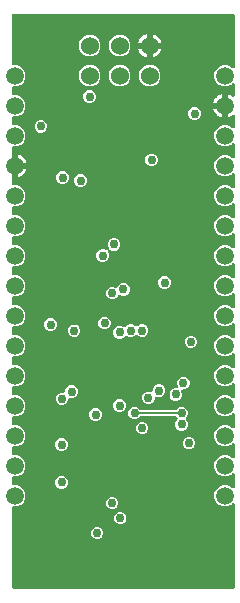
<source format=gbr>
G04 EAGLE Gerber RS-274X export*
G75*
%MOMM*%
%FSLAX34Y34*%
%LPD*%
%INCopper Layer 15*%
%IPPOS*%
%AMOC8*
5,1,8,0,0,1.08239X$1,22.5*%
G01*
%ADD10C,1.524000*%
%ADD11C,1.508000*%
%ADD12C,0.756400*%
%ADD13C,0.203200*%

G36*
X197692Y10164D02*
X197692Y10164D01*
X197718Y10162D01*
X197865Y10184D01*
X198012Y10201D01*
X198037Y10209D01*
X198063Y10213D01*
X198201Y10268D01*
X198340Y10318D01*
X198362Y10332D01*
X198387Y10342D01*
X198508Y10427D01*
X198633Y10507D01*
X198651Y10526D01*
X198673Y10541D01*
X198772Y10651D01*
X198875Y10758D01*
X198889Y10780D01*
X198906Y10800D01*
X198978Y10930D01*
X199054Y11057D01*
X199062Y11082D01*
X199075Y11105D01*
X199115Y11248D01*
X199160Y11389D01*
X199162Y11415D01*
X199170Y11440D01*
X199189Y11684D01*
X199189Y81092D01*
X199178Y81192D01*
X199176Y81293D01*
X199158Y81365D01*
X199149Y81439D01*
X199115Y81533D01*
X199091Y81631D01*
X199057Y81697D01*
X199032Y81767D01*
X198977Y81851D01*
X198931Y81940D01*
X198883Y81997D01*
X198843Y82060D01*
X198771Y82129D01*
X198706Y82206D01*
X198646Y82250D01*
X198592Y82302D01*
X198506Y82353D01*
X198425Y82413D01*
X198357Y82442D01*
X198293Y82481D01*
X198197Y82511D01*
X198105Y82551D01*
X198032Y82564D01*
X197961Y82587D01*
X197861Y82595D01*
X197762Y82613D01*
X197688Y82609D01*
X197614Y82615D01*
X197514Y82600D01*
X197414Y82595D01*
X197343Y82574D01*
X197269Y82563D01*
X197176Y82526D01*
X197079Y82498D01*
X197014Y82462D01*
X196945Y82434D01*
X196863Y82377D01*
X196775Y82328D01*
X196699Y82263D01*
X196659Y82235D01*
X196635Y82209D01*
X196589Y82169D01*
X195635Y81215D01*
X192303Y79835D01*
X188697Y79835D01*
X185365Y81215D01*
X182815Y83765D01*
X181435Y87097D01*
X181435Y90703D01*
X182815Y94035D01*
X185365Y96585D01*
X188697Y97965D01*
X192303Y97965D01*
X195635Y96585D01*
X196589Y95631D01*
X196668Y95568D01*
X196740Y95498D01*
X196804Y95460D01*
X196862Y95414D01*
X196953Y95371D01*
X197039Y95319D01*
X197110Y95297D01*
X197177Y95265D01*
X197275Y95244D01*
X197371Y95213D01*
X197445Y95207D01*
X197518Y95192D01*
X197618Y95193D01*
X197718Y95185D01*
X197792Y95196D01*
X197866Y95198D01*
X197963Y95222D01*
X198063Y95237D01*
X198132Y95264D01*
X198204Y95283D01*
X198293Y95329D01*
X198387Y95366D01*
X198448Y95408D01*
X198514Y95442D01*
X198590Y95507D01*
X198673Y95565D01*
X198723Y95620D01*
X198779Y95668D01*
X198839Y95749D01*
X198906Y95823D01*
X198942Y95889D01*
X198987Y95948D01*
X199026Y96040D01*
X199075Y96128D01*
X199095Y96200D01*
X199125Y96268D01*
X199142Y96367D01*
X199170Y96464D01*
X199178Y96564D01*
X199186Y96611D01*
X199184Y96647D01*
X199189Y96708D01*
X199189Y106492D01*
X199178Y106592D01*
X199176Y106693D01*
X199158Y106765D01*
X199149Y106839D01*
X199115Y106933D01*
X199091Y107031D01*
X199057Y107097D01*
X199032Y107167D01*
X198977Y107251D01*
X198931Y107340D01*
X198883Y107397D01*
X198843Y107460D01*
X198771Y107529D01*
X198706Y107606D01*
X198646Y107650D01*
X198592Y107702D01*
X198506Y107753D01*
X198425Y107813D01*
X198357Y107842D01*
X198293Y107881D01*
X198197Y107911D01*
X198105Y107951D01*
X198032Y107964D01*
X197961Y107987D01*
X197861Y107995D01*
X197762Y108013D01*
X197688Y108009D01*
X197614Y108015D01*
X197514Y108000D01*
X197414Y107995D01*
X197343Y107974D01*
X197269Y107963D01*
X197176Y107926D01*
X197079Y107898D01*
X197014Y107862D01*
X196945Y107834D01*
X196863Y107777D01*
X196775Y107728D01*
X196699Y107663D01*
X196659Y107635D01*
X196635Y107609D01*
X196589Y107569D01*
X195635Y106615D01*
X192303Y105235D01*
X188697Y105235D01*
X185365Y106615D01*
X182815Y109165D01*
X181435Y112497D01*
X181435Y116103D01*
X182815Y119435D01*
X185365Y121985D01*
X188697Y123365D01*
X192303Y123365D01*
X195635Y121985D01*
X196589Y121031D01*
X196668Y120968D01*
X196740Y120898D01*
X196804Y120860D01*
X196862Y120814D01*
X196953Y120771D01*
X197039Y120719D01*
X197110Y120697D01*
X197177Y120665D01*
X197275Y120644D01*
X197371Y120613D01*
X197445Y120607D01*
X197518Y120592D01*
X197618Y120593D01*
X197718Y120585D01*
X197792Y120596D01*
X197866Y120598D01*
X197963Y120622D01*
X198063Y120637D01*
X198132Y120664D01*
X198204Y120683D01*
X198293Y120729D01*
X198387Y120766D01*
X198448Y120808D01*
X198514Y120842D01*
X198590Y120907D01*
X198673Y120965D01*
X198723Y121020D01*
X198779Y121068D01*
X198839Y121149D01*
X198906Y121223D01*
X198942Y121289D01*
X198987Y121348D01*
X199026Y121440D01*
X199075Y121528D01*
X199095Y121600D01*
X199125Y121668D01*
X199142Y121767D01*
X199170Y121864D01*
X199178Y121964D01*
X199186Y122011D01*
X199184Y122047D01*
X199189Y122108D01*
X199189Y131892D01*
X199178Y131992D01*
X199176Y132093D01*
X199158Y132165D01*
X199149Y132239D01*
X199115Y132333D01*
X199091Y132431D01*
X199057Y132497D01*
X199032Y132567D01*
X198977Y132651D01*
X198931Y132740D01*
X198883Y132797D01*
X198843Y132860D01*
X198771Y132929D01*
X198706Y133006D01*
X198646Y133050D01*
X198592Y133102D01*
X198506Y133153D01*
X198425Y133213D01*
X198357Y133242D01*
X198293Y133281D01*
X198197Y133311D01*
X198105Y133351D01*
X198032Y133364D01*
X197961Y133387D01*
X197861Y133395D01*
X197762Y133413D01*
X197688Y133409D01*
X197614Y133415D01*
X197514Y133400D01*
X197414Y133395D01*
X197343Y133374D01*
X197269Y133363D01*
X197176Y133326D01*
X197079Y133298D01*
X197014Y133262D01*
X196945Y133234D01*
X196863Y133177D01*
X196775Y133128D01*
X196699Y133063D01*
X196659Y133035D01*
X196635Y133009D01*
X196589Y132969D01*
X195635Y132015D01*
X192303Y130635D01*
X188697Y130635D01*
X185365Y132015D01*
X182815Y134565D01*
X181435Y137897D01*
X181435Y141503D01*
X182815Y144835D01*
X185365Y147385D01*
X188697Y148765D01*
X192303Y148765D01*
X195635Y147385D01*
X196589Y146431D01*
X196668Y146368D01*
X196740Y146298D01*
X196804Y146260D01*
X196862Y146214D01*
X196953Y146171D01*
X197039Y146119D01*
X197110Y146097D01*
X197177Y146065D01*
X197275Y146044D01*
X197371Y146013D01*
X197445Y146007D01*
X197518Y145992D01*
X197618Y145993D01*
X197718Y145985D01*
X197792Y145996D01*
X197866Y145998D01*
X197963Y146022D01*
X198063Y146037D01*
X198132Y146064D01*
X198204Y146083D01*
X198293Y146129D01*
X198387Y146166D01*
X198448Y146208D01*
X198514Y146242D01*
X198590Y146307D01*
X198673Y146365D01*
X198723Y146420D01*
X198779Y146468D01*
X198839Y146549D01*
X198906Y146623D01*
X198942Y146689D01*
X198987Y146748D01*
X199026Y146840D01*
X199075Y146928D01*
X199095Y147000D01*
X199125Y147068D01*
X199142Y147167D01*
X199170Y147264D01*
X199178Y147364D01*
X199186Y147411D01*
X199184Y147447D01*
X199189Y147508D01*
X199189Y157292D01*
X199178Y157392D01*
X199176Y157493D01*
X199158Y157565D01*
X199149Y157639D01*
X199115Y157733D01*
X199091Y157831D01*
X199057Y157897D01*
X199032Y157967D01*
X198977Y158051D01*
X198931Y158140D01*
X198883Y158197D01*
X198843Y158260D01*
X198771Y158329D01*
X198706Y158406D01*
X198646Y158450D01*
X198592Y158502D01*
X198506Y158553D01*
X198425Y158613D01*
X198357Y158642D01*
X198293Y158681D01*
X198197Y158711D01*
X198105Y158751D01*
X198032Y158764D01*
X197961Y158787D01*
X197861Y158795D01*
X197762Y158813D01*
X197688Y158809D01*
X197614Y158815D01*
X197514Y158800D01*
X197414Y158795D01*
X197343Y158774D01*
X197269Y158763D01*
X197176Y158726D01*
X197079Y158698D01*
X197014Y158662D01*
X196945Y158634D01*
X196863Y158577D01*
X196775Y158528D01*
X196699Y158463D01*
X196659Y158435D01*
X196635Y158409D01*
X196589Y158369D01*
X195635Y157415D01*
X192303Y156035D01*
X188697Y156035D01*
X185365Y157415D01*
X182815Y159965D01*
X181435Y163297D01*
X181435Y166903D01*
X182815Y170235D01*
X185365Y172785D01*
X188697Y174165D01*
X192303Y174165D01*
X195635Y172785D01*
X196589Y171831D01*
X196668Y171768D01*
X196740Y171698D01*
X196804Y171660D01*
X196862Y171614D01*
X196953Y171571D01*
X197039Y171519D01*
X197110Y171497D01*
X197177Y171465D01*
X197275Y171444D01*
X197371Y171413D01*
X197445Y171407D01*
X197518Y171392D01*
X197618Y171393D01*
X197718Y171385D01*
X197792Y171396D01*
X197866Y171398D01*
X197963Y171422D01*
X198063Y171437D01*
X198132Y171464D01*
X198204Y171483D01*
X198293Y171529D01*
X198387Y171566D01*
X198448Y171608D01*
X198514Y171642D01*
X198590Y171707D01*
X198673Y171765D01*
X198723Y171820D01*
X198779Y171868D01*
X198839Y171949D01*
X198906Y172023D01*
X198942Y172089D01*
X198987Y172148D01*
X199026Y172240D01*
X199075Y172328D01*
X199095Y172400D01*
X199125Y172468D01*
X199142Y172567D01*
X199170Y172664D01*
X199178Y172764D01*
X199186Y172811D01*
X199184Y172847D01*
X199189Y172908D01*
X199189Y182692D01*
X199178Y182792D01*
X199176Y182893D01*
X199158Y182965D01*
X199149Y183039D01*
X199115Y183133D01*
X199091Y183231D01*
X199057Y183297D01*
X199032Y183367D01*
X198977Y183451D01*
X198931Y183540D01*
X198883Y183597D01*
X198843Y183660D01*
X198771Y183729D01*
X198706Y183806D01*
X198646Y183850D01*
X198592Y183902D01*
X198506Y183953D01*
X198425Y184013D01*
X198357Y184042D01*
X198293Y184081D01*
X198197Y184111D01*
X198105Y184151D01*
X198032Y184164D01*
X197961Y184187D01*
X197861Y184195D01*
X197762Y184213D01*
X197688Y184209D01*
X197614Y184215D01*
X197514Y184200D01*
X197414Y184195D01*
X197343Y184174D01*
X197269Y184163D01*
X197176Y184126D01*
X197079Y184098D01*
X197014Y184062D01*
X196945Y184034D01*
X196863Y183977D01*
X196775Y183928D01*
X196699Y183863D01*
X196659Y183835D01*
X196635Y183809D01*
X196589Y183769D01*
X195635Y182815D01*
X192303Y181435D01*
X188697Y181435D01*
X185365Y182815D01*
X182815Y185365D01*
X181435Y188697D01*
X181435Y192303D01*
X182815Y195635D01*
X185365Y198185D01*
X188697Y199565D01*
X192303Y199565D01*
X195635Y198185D01*
X196589Y197231D01*
X196668Y197168D01*
X196740Y197098D01*
X196804Y197060D01*
X196862Y197014D01*
X196953Y196971D01*
X197039Y196919D01*
X197110Y196897D01*
X197177Y196865D01*
X197275Y196844D01*
X197371Y196813D01*
X197445Y196807D01*
X197518Y196792D01*
X197618Y196793D01*
X197718Y196785D01*
X197792Y196796D01*
X197866Y196798D01*
X197963Y196822D01*
X198063Y196837D01*
X198132Y196864D01*
X198204Y196883D01*
X198293Y196929D01*
X198387Y196966D01*
X198448Y197008D01*
X198514Y197042D01*
X198590Y197107D01*
X198673Y197165D01*
X198723Y197220D01*
X198779Y197268D01*
X198839Y197349D01*
X198906Y197423D01*
X198942Y197489D01*
X198987Y197548D01*
X199026Y197640D01*
X199075Y197728D01*
X199095Y197800D01*
X199125Y197868D01*
X199142Y197967D01*
X199170Y198064D01*
X199178Y198164D01*
X199186Y198211D01*
X199184Y198247D01*
X199189Y198308D01*
X199189Y208092D01*
X199178Y208192D01*
X199176Y208293D01*
X199158Y208365D01*
X199149Y208439D01*
X199115Y208533D01*
X199091Y208631D01*
X199057Y208697D01*
X199032Y208767D01*
X198977Y208851D01*
X198931Y208940D01*
X198883Y208997D01*
X198843Y209060D01*
X198771Y209129D01*
X198706Y209206D01*
X198646Y209250D01*
X198592Y209302D01*
X198506Y209353D01*
X198425Y209413D01*
X198357Y209442D01*
X198293Y209481D01*
X198197Y209511D01*
X198105Y209551D01*
X198032Y209564D01*
X197961Y209587D01*
X197861Y209595D01*
X197762Y209613D01*
X197688Y209609D01*
X197614Y209615D01*
X197514Y209600D01*
X197414Y209595D01*
X197343Y209574D01*
X197269Y209563D01*
X197176Y209526D01*
X197079Y209498D01*
X197014Y209462D01*
X196945Y209434D01*
X196863Y209377D01*
X196775Y209328D01*
X196699Y209263D01*
X196659Y209235D01*
X196635Y209209D01*
X196589Y209169D01*
X195635Y208215D01*
X192303Y206835D01*
X188697Y206835D01*
X185365Y208215D01*
X182815Y210765D01*
X181435Y214097D01*
X181435Y217703D01*
X182815Y221035D01*
X185365Y223585D01*
X188697Y224965D01*
X192303Y224965D01*
X195635Y223585D01*
X196589Y222631D01*
X196668Y222568D01*
X196740Y222498D01*
X196804Y222460D01*
X196862Y222414D01*
X196953Y222371D01*
X197039Y222319D01*
X197110Y222297D01*
X197177Y222265D01*
X197275Y222244D01*
X197371Y222213D01*
X197445Y222207D01*
X197518Y222192D01*
X197618Y222193D01*
X197718Y222185D01*
X197792Y222196D01*
X197866Y222198D01*
X197963Y222222D01*
X198063Y222237D01*
X198132Y222264D01*
X198204Y222283D01*
X198293Y222329D01*
X198387Y222366D01*
X198448Y222408D01*
X198514Y222442D01*
X198590Y222507D01*
X198673Y222565D01*
X198723Y222620D01*
X198779Y222668D01*
X198839Y222749D01*
X198906Y222823D01*
X198942Y222889D01*
X198987Y222948D01*
X199026Y223040D01*
X199075Y223128D01*
X199095Y223200D01*
X199125Y223268D01*
X199142Y223367D01*
X199170Y223464D01*
X199178Y223564D01*
X199186Y223611D01*
X199184Y223647D01*
X199189Y223708D01*
X199189Y233492D01*
X199178Y233592D01*
X199176Y233693D01*
X199158Y233765D01*
X199149Y233839D01*
X199115Y233933D01*
X199091Y234031D01*
X199057Y234097D01*
X199032Y234167D01*
X198977Y234251D01*
X198931Y234340D01*
X198883Y234397D01*
X198843Y234460D01*
X198771Y234529D01*
X198706Y234606D01*
X198646Y234650D01*
X198592Y234702D01*
X198506Y234753D01*
X198425Y234813D01*
X198357Y234842D01*
X198293Y234881D01*
X198197Y234911D01*
X198105Y234951D01*
X198032Y234964D01*
X197961Y234987D01*
X197861Y234995D01*
X197762Y235013D01*
X197688Y235009D01*
X197614Y235015D01*
X197514Y235000D01*
X197414Y234995D01*
X197343Y234974D01*
X197269Y234963D01*
X197176Y234926D01*
X197079Y234898D01*
X197014Y234862D01*
X196945Y234834D01*
X196863Y234777D01*
X196775Y234728D01*
X196699Y234663D01*
X196659Y234635D01*
X196635Y234609D01*
X196589Y234569D01*
X195635Y233615D01*
X192303Y232235D01*
X188697Y232235D01*
X185365Y233615D01*
X182815Y236165D01*
X181435Y239497D01*
X181435Y243103D01*
X182815Y246435D01*
X185365Y248985D01*
X188697Y250365D01*
X192303Y250365D01*
X195635Y248985D01*
X196589Y248031D01*
X196668Y247968D01*
X196740Y247898D01*
X196804Y247860D01*
X196862Y247814D01*
X196953Y247771D01*
X197039Y247719D01*
X197110Y247697D01*
X197177Y247665D01*
X197275Y247644D01*
X197371Y247613D01*
X197445Y247607D01*
X197518Y247592D01*
X197618Y247593D01*
X197718Y247585D01*
X197792Y247596D01*
X197866Y247598D01*
X197963Y247622D01*
X198063Y247637D01*
X198132Y247664D01*
X198204Y247683D01*
X198293Y247729D01*
X198387Y247766D01*
X198448Y247808D01*
X198514Y247842D01*
X198590Y247907D01*
X198673Y247965D01*
X198723Y248020D01*
X198779Y248068D01*
X198839Y248149D01*
X198906Y248223D01*
X198942Y248289D01*
X198987Y248348D01*
X199026Y248440D01*
X199075Y248528D01*
X199095Y248600D01*
X199125Y248668D01*
X199142Y248767D01*
X199170Y248864D01*
X199178Y248964D01*
X199186Y249011D01*
X199184Y249047D01*
X199189Y249108D01*
X199189Y258892D01*
X199178Y258992D01*
X199176Y259093D01*
X199158Y259165D01*
X199149Y259239D01*
X199115Y259333D01*
X199091Y259431D01*
X199057Y259497D01*
X199032Y259567D01*
X198977Y259651D01*
X198931Y259740D01*
X198883Y259797D01*
X198843Y259860D01*
X198771Y259929D01*
X198706Y260006D01*
X198646Y260050D01*
X198592Y260102D01*
X198506Y260153D01*
X198425Y260213D01*
X198357Y260242D01*
X198293Y260281D01*
X198197Y260311D01*
X198105Y260351D01*
X198032Y260364D01*
X197961Y260387D01*
X197861Y260395D01*
X197762Y260413D01*
X197688Y260409D01*
X197614Y260415D01*
X197514Y260400D01*
X197414Y260395D01*
X197343Y260374D01*
X197269Y260363D01*
X197176Y260326D01*
X197079Y260298D01*
X197014Y260262D01*
X196945Y260234D01*
X196863Y260177D01*
X196775Y260128D01*
X196699Y260063D01*
X196659Y260035D01*
X196635Y260009D01*
X196589Y259969D01*
X195635Y259015D01*
X192303Y257635D01*
X188697Y257635D01*
X185365Y259015D01*
X182815Y261565D01*
X181435Y264897D01*
X181435Y268503D01*
X182815Y271835D01*
X185365Y274385D01*
X188697Y275765D01*
X192303Y275765D01*
X195635Y274385D01*
X196589Y273431D01*
X196668Y273368D01*
X196740Y273298D01*
X196804Y273260D01*
X196862Y273214D01*
X196953Y273171D01*
X197039Y273119D01*
X197110Y273097D01*
X197177Y273065D01*
X197275Y273044D01*
X197371Y273013D01*
X197445Y273007D01*
X197518Y272992D01*
X197618Y272993D01*
X197718Y272985D01*
X197792Y272996D01*
X197866Y272998D01*
X197963Y273022D01*
X198063Y273037D01*
X198132Y273064D01*
X198204Y273083D01*
X198293Y273129D01*
X198387Y273166D01*
X198448Y273208D01*
X198514Y273242D01*
X198590Y273307D01*
X198673Y273365D01*
X198723Y273420D01*
X198779Y273468D01*
X198839Y273549D01*
X198906Y273623D01*
X198942Y273689D01*
X198987Y273748D01*
X199026Y273840D01*
X199075Y273928D01*
X199095Y274000D01*
X199125Y274068D01*
X199142Y274167D01*
X199170Y274264D01*
X199178Y274364D01*
X199186Y274411D01*
X199184Y274447D01*
X199189Y274508D01*
X199189Y284292D01*
X199178Y284392D01*
X199176Y284493D01*
X199158Y284565D01*
X199149Y284639D01*
X199115Y284733D01*
X199091Y284831D01*
X199057Y284897D01*
X199032Y284967D01*
X198977Y285051D01*
X198931Y285140D01*
X198883Y285197D01*
X198843Y285260D01*
X198771Y285329D01*
X198706Y285406D01*
X198646Y285450D01*
X198592Y285502D01*
X198506Y285553D01*
X198425Y285613D01*
X198357Y285642D01*
X198293Y285681D01*
X198197Y285711D01*
X198105Y285751D01*
X198032Y285764D01*
X197961Y285787D01*
X197861Y285795D01*
X197762Y285813D01*
X197688Y285809D01*
X197614Y285815D01*
X197514Y285800D01*
X197414Y285795D01*
X197343Y285774D01*
X197269Y285763D01*
X197176Y285726D01*
X197079Y285698D01*
X197014Y285662D01*
X196945Y285634D01*
X196863Y285577D01*
X196775Y285528D01*
X196699Y285463D01*
X196659Y285435D01*
X196635Y285409D01*
X196589Y285369D01*
X195635Y284415D01*
X192303Y283035D01*
X188697Y283035D01*
X185365Y284415D01*
X182815Y286965D01*
X181435Y290297D01*
X181435Y293903D01*
X182815Y297235D01*
X185365Y299785D01*
X188697Y301165D01*
X192303Y301165D01*
X195635Y299785D01*
X196589Y298831D01*
X196668Y298768D01*
X196740Y298698D01*
X196804Y298660D01*
X196862Y298614D01*
X196953Y298571D01*
X197039Y298519D01*
X197110Y298497D01*
X197177Y298465D01*
X197275Y298444D01*
X197371Y298413D01*
X197445Y298407D01*
X197518Y298392D01*
X197618Y298393D01*
X197718Y298385D01*
X197792Y298396D01*
X197866Y298398D01*
X197963Y298422D01*
X198063Y298437D01*
X198132Y298464D01*
X198204Y298483D01*
X198293Y298529D01*
X198387Y298566D01*
X198448Y298608D01*
X198514Y298642D01*
X198590Y298707D01*
X198673Y298765D01*
X198723Y298820D01*
X198779Y298868D01*
X198839Y298949D01*
X198906Y299023D01*
X198942Y299089D01*
X198987Y299148D01*
X199026Y299240D01*
X199075Y299328D01*
X199095Y299400D01*
X199125Y299468D01*
X199142Y299567D01*
X199170Y299664D01*
X199178Y299764D01*
X199186Y299811D01*
X199184Y299847D01*
X199189Y299908D01*
X199189Y309692D01*
X199178Y309792D01*
X199176Y309893D01*
X199158Y309965D01*
X199149Y310039D01*
X199115Y310133D01*
X199091Y310231D01*
X199057Y310297D01*
X199032Y310367D01*
X198977Y310451D01*
X198931Y310540D01*
X198883Y310597D01*
X198843Y310660D01*
X198771Y310729D01*
X198706Y310806D01*
X198646Y310850D01*
X198592Y310902D01*
X198506Y310953D01*
X198425Y311013D01*
X198357Y311042D01*
X198293Y311081D01*
X198197Y311111D01*
X198105Y311151D01*
X198032Y311164D01*
X197961Y311187D01*
X197861Y311195D01*
X197762Y311213D01*
X197688Y311209D01*
X197614Y311215D01*
X197514Y311200D01*
X197414Y311195D01*
X197343Y311174D01*
X197269Y311163D01*
X197176Y311126D01*
X197079Y311098D01*
X197014Y311062D01*
X196945Y311034D01*
X196863Y310977D01*
X196775Y310928D01*
X196699Y310863D01*
X196659Y310835D01*
X196635Y310809D01*
X196589Y310769D01*
X195635Y309815D01*
X192303Y308435D01*
X188697Y308435D01*
X185365Y309815D01*
X182815Y312365D01*
X181435Y315697D01*
X181435Y319303D01*
X182815Y322635D01*
X185365Y325185D01*
X188697Y326565D01*
X192303Y326565D01*
X195635Y325185D01*
X196589Y324231D01*
X196668Y324168D01*
X196740Y324098D01*
X196804Y324060D01*
X196862Y324014D01*
X196953Y323971D01*
X197039Y323919D01*
X197110Y323897D01*
X197177Y323865D01*
X197275Y323844D01*
X197371Y323813D01*
X197445Y323807D01*
X197518Y323792D01*
X197618Y323793D01*
X197718Y323785D01*
X197792Y323796D01*
X197866Y323798D01*
X197963Y323822D01*
X198063Y323837D01*
X198132Y323864D01*
X198204Y323883D01*
X198293Y323929D01*
X198387Y323966D01*
X198448Y324008D01*
X198514Y324042D01*
X198590Y324107D01*
X198673Y324165D01*
X198723Y324220D01*
X198779Y324268D01*
X198839Y324349D01*
X198906Y324423D01*
X198942Y324489D01*
X198987Y324548D01*
X199026Y324640D01*
X199075Y324728D01*
X199095Y324800D01*
X199125Y324868D01*
X199142Y324967D01*
X199170Y325064D01*
X199178Y325164D01*
X199186Y325211D01*
X199184Y325247D01*
X199189Y325308D01*
X199189Y335092D01*
X199178Y335192D01*
X199176Y335293D01*
X199158Y335365D01*
X199149Y335439D01*
X199115Y335533D01*
X199091Y335631D01*
X199057Y335697D01*
X199032Y335767D01*
X198977Y335851D01*
X198931Y335940D01*
X198883Y335997D01*
X198843Y336060D01*
X198771Y336129D01*
X198706Y336206D01*
X198646Y336250D01*
X198592Y336302D01*
X198506Y336353D01*
X198425Y336413D01*
X198357Y336442D01*
X198293Y336481D01*
X198197Y336511D01*
X198105Y336551D01*
X198032Y336564D01*
X197961Y336587D01*
X197861Y336595D01*
X197762Y336613D01*
X197688Y336609D01*
X197614Y336615D01*
X197514Y336600D01*
X197414Y336595D01*
X197343Y336574D01*
X197269Y336563D01*
X197176Y336526D01*
X197079Y336498D01*
X197014Y336462D01*
X196945Y336434D01*
X196863Y336377D01*
X196775Y336328D01*
X196699Y336263D01*
X196659Y336235D01*
X196635Y336209D01*
X196589Y336169D01*
X195635Y335215D01*
X192303Y333835D01*
X188697Y333835D01*
X185365Y335215D01*
X182815Y337765D01*
X181435Y341097D01*
X181435Y344703D01*
X182815Y348035D01*
X185365Y350585D01*
X188697Y351965D01*
X192303Y351965D01*
X195635Y350585D01*
X196589Y349631D01*
X196668Y349568D01*
X196740Y349498D01*
X196804Y349460D01*
X196862Y349414D01*
X196953Y349371D01*
X197039Y349319D01*
X197110Y349297D01*
X197177Y349265D01*
X197275Y349244D01*
X197371Y349213D01*
X197445Y349207D01*
X197518Y349192D01*
X197618Y349193D01*
X197718Y349185D01*
X197792Y349196D01*
X197866Y349198D01*
X197963Y349222D01*
X198063Y349237D01*
X198132Y349264D01*
X198204Y349283D01*
X198293Y349329D01*
X198387Y349366D01*
X198448Y349408D01*
X198514Y349442D01*
X198590Y349507D01*
X198673Y349565D01*
X198723Y349620D01*
X198779Y349668D01*
X198839Y349749D01*
X198906Y349823D01*
X198942Y349889D01*
X198987Y349948D01*
X199026Y350040D01*
X199075Y350128D01*
X199095Y350200D01*
X199125Y350268D01*
X199142Y350367D01*
X199170Y350464D01*
X199178Y350564D01*
X199186Y350611D01*
X199184Y350647D01*
X199189Y350708D01*
X199189Y360492D01*
X199178Y360592D01*
X199176Y360693D01*
X199158Y360765D01*
X199149Y360839D01*
X199115Y360933D01*
X199091Y361031D01*
X199057Y361097D01*
X199032Y361167D01*
X198977Y361251D01*
X198931Y361340D01*
X198883Y361397D01*
X198843Y361460D01*
X198771Y361529D01*
X198706Y361606D01*
X198646Y361650D01*
X198592Y361702D01*
X198506Y361753D01*
X198425Y361813D01*
X198357Y361842D01*
X198293Y361881D01*
X198197Y361911D01*
X198105Y361951D01*
X198032Y361964D01*
X197961Y361987D01*
X197861Y361995D01*
X197762Y362013D01*
X197688Y362009D01*
X197614Y362015D01*
X197514Y362000D01*
X197414Y361995D01*
X197343Y361974D01*
X197269Y361963D01*
X197176Y361926D01*
X197079Y361898D01*
X197014Y361862D01*
X196945Y361834D01*
X196863Y361777D01*
X196775Y361728D01*
X196699Y361663D01*
X196659Y361635D01*
X196635Y361609D01*
X196589Y361569D01*
X195635Y360615D01*
X192303Y359235D01*
X188697Y359235D01*
X185365Y360615D01*
X182815Y363165D01*
X181435Y366497D01*
X181435Y370103D01*
X182815Y373435D01*
X185365Y375985D01*
X188697Y377365D01*
X192303Y377365D01*
X195635Y375985D01*
X196589Y375031D01*
X196668Y374968D01*
X196740Y374898D01*
X196804Y374860D01*
X196862Y374814D01*
X196953Y374771D01*
X197039Y374719D01*
X197110Y374697D01*
X197177Y374665D01*
X197275Y374644D01*
X197371Y374613D01*
X197445Y374607D01*
X197518Y374592D01*
X197618Y374593D01*
X197718Y374585D01*
X197792Y374596D01*
X197866Y374598D01*
X197963Y374622D01*
X198063Y374637D01*
X198132Y374664D01*
X198204Y374683D01*
X198293Y374729D01*
X198387Y374766D01*
X198448Y374808D01*
X198514Y374842D01*
X198590Y374907D01*
X198673Y374965D01*
X198723Y375020D01*
X198779Y375068D01*
X198839Y375149D01*
X198906Y375223D01*
X198942Y375289D01*
X198987Y375348D01*
X199026Y375440D01*
X199075Y375528D01*
X199095Y375600D01*
X199125Y375668D01*
X199142Y375767D01*
X199170Y375864D01*
X199178Y375964D01*
X199186Y376011D01*
X199184Y376047D01*
X199189Y376108D01*
X199189Y385892D01*
X199178Y385992D01*
X199176Y386093D01*
X199158Y386165D01*
X199149Y386239D01*
X199115Y386333D01*
X199091Y386431D01*
X199057Y386497D01*
X199032Y386567D01*
X198977Y386651D01*
X198931Y386740D01*
X198883Y386797D01*
X198843Y386860D01*
X198771Y386929D01*
X198706Y387006D01*
X198646Y387050D01*
X198592Y387102D01*
X198506Y387153D01*
X198425Y387213D01*
X198357Y387242D01*
X198293Y387281D01*
X198197Y387311D01*
X198105Y387351D01*
X198032Y387364D01*
X197961Y387387D01*
X197861Y387395D01*
X197762Y387413D01*
X197688Y387409D01*
X197614Y387415D01*
X197514Y387400D01*
X197414Y387395D01*
X197343Y387374D01*
X197269Y387363D01*
X197176Y387326D01*
X197079Y387298D01*
X197014Y387262D01*
X196945Y387234D01*
X196863Y387177D01*
X196775Y387128D01*
X196699Y387063D01*
X196659Y387035D01*
X196635Y387009D01*
X196589Y386969D01*
X195635Y386015D01*
X192303Y384635D01*
X188697Y384635D01*
X185365Y386015D01*
X182815Y388565D01*
X181435Y391897D01*
X181435Y395503D01*
X182815Y398835D01*
X185365Y401385D01*
X188697Y402765D01*
X192303Y402765D01*
X195635Y401385D01*
X196589Y400431D01*
X196668Y400368D01*
X196740Y400298D01*
X196804Y400260D01*
X196862Y400214D01*
X196953Y400171D01*
X197039Y400119D01*
X197110Y400097D01*
X197177Y400065D01*
X197275Y400044D01*
X197371Y400013D01*
X197445Y400007D01*
X197518Y399992D01*
X197618Y399993D01*
X197718Y399985D01*
X197792Y399996D01*
X197866Y399998D01*
X197963Y400022D01*
X198063Y400037D01*
X198132Y400064D01*
X198204Y400083D01*
X198293Y400129D01*
X198387Y400166D01*
X198448Y400208D01*
X198514Y400242D01*
X198590Y400307D01*
X198673Y400365D01*
X198723Y400420D01*
X198779Y400468D01*
X198839Y400549D01*
X198906Y400623D01*
X198942Y400689D01*
X198987Y400748D01*
X199026Y400840D01*
X199075Y400928D01*
X199095Y401000D01*
X199125Y401068D01*
X199142Y401167D01*
X199170Y401264D01*
X199178Y401364D01*
X199186Y401411D01*
X199184Y401447D01*
X199189Y401508D01*
X199189Y409963D01*
X199172Y410117D01*
X199158Y410272D01*
X199152Y410290D01*
X199149Y410309D01*
X199097Y410455D01*
X199048Y410603D01*
X199038Y410619D01*
X199032Y410637D01*
X198948Y410768D01*
X198867Y410900D01*
X198853Y410914D01*
X198843Y410930D01*
X198731Y411038D01*
X198622Y411149D01*
X198606Y411159D01*
X198592Y411172D01*
X198459Y411252D01*
X198328Y411335D01*
X198310Y411341D01*
X198293Y411351D01*
X198145Y411399D01*
X197999Y411450D01*
X197980Y411452D01*
X197961Y411458D01*
X197807Y411470D01*
X197652Y411486D01*
X197633Y411484D01*
X197614Y411485D01*
X197460Y411462D01*
X197306Y411443D01*
X197288Y411437D01*
X197269Y411434D01*
X197124Y411376D01*
X196979Y411323D01*
X196960Y411311D01*
X196945Y411305D01*
X196909Y411280D01*
X196771Y411195D01*
X195783Y410478D01*
X194370Y409758D01*
X192999Y409313D01*
X192999Y418124D01*
X192996Y418150D01*
X192998Y418176D01*
X192976Y418323D01*
X192959Y418470D01*
X192951Y418495D01*
X192947Y418521D01*
X192892Y418658D01*
X192842Y418798D01*
X192828Y418820D01*
X192818Y418845D01*
X192733Y418966D01*
X192653Y419091D01*
X192640Y419103D01*
X192685Y419150D01*
X192699Y419173D01*
X192716Y419192D01*
X192788Y419322D01*
X192864Y419449D01*
X192872Y419474D01*
X192885Y419497D01*
X192925Y419640D01*
X192970Y419781D01*
X192972Y419807D01*
X192980Y419832D01*
X192999Y420076D01*
X192999Y428887D01*
X194370Y428442D01*
X195783Y427722D01*
X196771Y427005D01*
X196906Y426928D01*
X197039Y426849D01*
X197057Y426843D01*
X197074Y426833D01*
X197223Y426790D01*
X197371Y426742D01*
X197390Y426741D01*
X197409Y426736D01*
X197564Y426727D01*
X197718Y426715D01*
X197737Y426717D01*
X197757Y426716D01*
X197910Y426743D01*
X198063Y426766D01*
X198081Y426773D01*
X198100Y426777D01*
X198243Y426838D01*
X198387Y426895D01*
X198403Y426906D01*
X198420Y426914D01*
X198546Y427006D01*
X198673Y427094D01*
X198686Y427108D01*
X198701Y427120D01*
X198803Y427238D01*
X198906Y427353D01*
X198916Y427370D01*
X198928Y427384D01*
X199000Y427522D01*
X199075Y427658D01*
X199080Y427676D01*
X199089Y427693D01*
X199127Y427843D01*
X199170Y427993D01*
X199172Y428016D01*
X199175Y428031D01*
X199176Y428075D01*
X199189Y428237D01*
X199189Y436692D01*
X199187Y436710D01*
X199188Y436723D01*
X199178Y436794D01*
X199176Y436893D01*
X199158Y436965D01*
X199149Y437039D01*
X199115Y437133D01*
X199091Y437231D01*
X199057Y437297D01*
X199032Y437367D01*
X198977Y437451D01*
X198931Y437540D01*
X198883Y437597D01*
X198843Y437660D01*
X198771Y437729D01*
X198706Y437806D01*
X198646Y437850D01*
X198592Y437902D01*
X198506Y437953D01*
X198425Y438013D01*
X198357Y438042D01*
X198293Y438081D01*
X198197Y438111D01*
X198105Y438151D01*
X198032Y438164D01*
X197961Y438187D01*
X197861Y438195D01*
X197762Y438213D01*
X197688Y438209D01*
X197614Y438215D01*
X197514Y438200D01*
X197414Y438195D01*
X197343Y438174D01*
X197269Y438163D01*
X197176Y438126D01*
X197079Y438098D01*
X197014Y438062D01*
X196945Y438034D01*
X196863Y437977D01*
X196775Y437928D01*
X196699Y437863D01*
X196659Y437835D01*
X196635Y437809D01*
X196589Y437769D01*
X195635Y436815D01*
X192303Y435435D01*
X188697Y435435D01*
X185365Y436815D01*
X182815Y439365D01*
X181435Y442697D01*
X181435Y446303D01*
X182815Y449635D01*
X185365Y452185D01*
X188697Y453565D01*
X192303Y453565D01*
X195635Y452185D01*
X196589Y451231D01*
X196668Y451168D01*
X196740Y451098D01*
X196804Y451060D01*
X196862Y451014D01*
X196953Y450971D01*
X197039Y450919D01*
X197110Y450897D01*
X197177Y450865D01*
X197275Y450844D01*
X197371Y450813D01*
X197445Y450807D01*
X197518Y450792D01*
X197618Y450793D01*
X197718Y450785D01*
X197792Y450796D01*
X197866Y450798D01*
X197963Y450822D01*
X198063Y450837D01*
X198132Y450864D01*
X198204Y450883D01*
X198293Y450929D01*
X198387Y450966D01*
X198448Y451008D01*
X198514Y451042D01*
X198590Y451107D01*
X198673Y451165D01*
X198723Y451220D01*
X198779Y451268D01*
X198839Y451349D01*
X198906Y451423D01*
X198942Y451489D01*
X198987Y451548D01*
X199026Y451640D01*
X199075Y451728D01*
X199095Y451800D01*
X199125Y451868D01*
X199142Y451967D01*
X199170Y452064D01*
X199178Y452164D01*
X199186Y452211D01*
X199184Y452247D01*
X199189Y452308D01*
X199189Y495300D01*
X199186Y495326D01*
X199188Y495352D01*
X199166Y495499D01*
X199149Y495646D01*
X199141Y495671D01*
X199137Y495697D01*
X199082Y495835D01*
X199032Y495974D01*
X199018Y495996D01*
X199008Y496021D01*
X198923Y496142D01*
X198843Y496267D01*
X198824Y496285D01*
X198809Y496307D01*
X198699Y496406D01*
X198592Y496509D01*
X198570Y496523D01*
X198550Y496540D01*
X198420Y496612D01*
X198293Y496688D01*
X198268Y496696D01*
X198245Y496709D01*
X198102Y496749D01*
X197961Y496794D01*
X197935Y496796D01*
X197910Y496804D01*
X197666Y496823D01*
X11684Y496823D01*
X11658Y496820D01*
X11632Y496822D01*
X11485Y496800D01*
X11338Y496783D01*
X11313Y496775D01*
X11287Y496771D01*
X11149Y496716D01*
X11010Y496666D01*
X10988Y496652D01*
X10963Y496642D01*
X10842Y496557D01*
X10717Y496477D01*
X10699Y496458D01*
X10677Y496443D01*
X10578Y496333D01*
X10475Y496226D01*
X10461Y496204D01*
X10444Y496184D01*
X10372Y496054D01*
X10296Y495927D01*
X10288Y495902D01*
X10275Y495879D01*
X10235Y495736D01*
X10190Y495595D01*
X10188Y495569D01*
X10180Y495544D01*
X10161Y495300D01*
X10161Y455088D01*
X10164Y455062D01*
X10162Y455036D01*
X10184Y454889D01*
X10201Y454742D01*
X10209Y454717D01*
X10213Y454691D01*
X10268Y454553D01*
X10318Y454414D01*
X10332Y454392D01*
X10342Y454367D01*
X10427Y454246D01*
X10507Y454121D01*
X10526Y454103D01*
X10541Y454081D01*
X10651Y453982D01*
X10758Y453879D01*
X10780Y453865D01*
X10800Y453848D01*
X10930Y453776D01*
X11057Y453700D01*
X11082Y453692D01*
X11105Y453679D01*
X11248Y453639D01*
X11389Y453594D01*
X11415Y453592D01*
X11440Y453584D01*
X11684Y453565D01*
X14503Y453565D01*
X17835Y452185D01*
X20385Y449635D01*
X21765Y446303D01*
X21765Y442697D01*
X20385Y439365D01*
X17835Y436815D01*
X14503Y435435D01*
X11684Y435435D01*
X11658Y435432D01*
X11632Y435434D01*
X11485Y435412D01*
X11338Y435395D01*
X11313Y435387D01*
X11287Y435383D01*
X11149Y435328D01*
X11010Y435278D01*
X10988Y435264D01*
X10963Y435254D01*
X10842Y435169D01*
X10717Y435089D01*
X10699Y435070D01*
X10677Y435055D01*
X10578Y434945D01*
X10475Y434838D01*
X10461Y434816D01*
X10444Y434796D01*
X10372Y434666D01*
X10296Y434539D01*
X10288Y434514D01*
X10275Y434491D01*
X10235Y434348D01*
X10190Y434207D01*
X10188Y434181D01*
X10180Y434156D01*
X10161Y433912D01*
X10161Y429688D01*
X10164Y429662D01*
X10162Y429636D01*
X10184Y429489D01*
X10201Y429342D01*
X10209Y429317D01*
X10213Y429291D01*
X10268Y429153D01*
X10318Y429014D01*
X10332Y428992D01*
X10342Y428967D01*
X10427Y428846D01*
X10507Y428721D01*
X10526Y428703D01*
X10541Y428681D01*
X10651Y428582D01*
X10758Y428479D01*
X10780Y428465D01*
X10800Y428448D01*
X10930Y428376D01*
X11057Y428300D01*
X11082Y428292D01*
X11105Y428279D01*
X11248Y428239D01*
X11389Y428194D01*
X11415Y428192D01*
X11440Y428184D01*
X11684Y428165D01*
X14503Y428165D01*
X17835Y426785D01*
X20385Y424235D01*
X21765Y420903D01*
X21765Y417297D01*
X20385Y413965D01*
X17835Y411415D01*
X14503Y410035D01*
X11684Y410035D01*
X11658Y410032D01*
X11632Y410034D01*
X11485Y410012D01*
X11338Y409995D01*
X11313Y409987D01*
X11287Y409983D01*
X11149Y409928D01*
X11010Y409878D01*
X10988Y409864D01*
X10963Y409854D01*
X10842Y409769D01*
X10717Y409689D01*
X10699Y409670D01*
X10677Y409655D01*
X10578Y409545D01*
X10475Y409438D01*
X10461Y409416D01*
X10444Y409396D01*
X10372Y409266D01*
X10296Y409139D01*
X10288Y409114D01*
X10275Y409091D01*
X10235Y408948D01*
X10190Y408807D01*
X10188Y408781D01*
X10180Y408756D01*
X10161Y408512D01*
X10161Y404288D01*
X10164Y404262D01*
X10162Y404236D01*
X10184Y404089D01*
X10201Y403942D01*
X10209Y403917D01*
X10213Y403891D01*
X10268Y403753D01*
X10318Y403614D01*
X10332Y403592D01*
X10342Y403567D01*
X10427Y403446D01*
X10507Y403321D01*
X10526Y403303D01*
X10541Y403281D01*
X10651Y403182D01*
X10758Y403079D01*
X10780Y403065D01*
X10800Y403048D01*
X10930Y402976D01*
X11057Y402900D01*
X11082Y402892D01*
X11105Y402879D01*
X11248Y402839D01*
X11389Y402794D01*
X11415Y402792D01*
X11440Y402784D01*
X11684Y402765D01*
X14503Y402765D01*
X17835Y401385D01*
X20385Y398835D01*
X21765Y395503D01*
X21765Y391897D01*
X20385Y388565D01*
X17835Y386015D01*
X14503Y384635D01*
X11684Y384635D01*
X11658Y384632D01*
X11632Y384634D01*
X11485Y384612D01*
X11338Y384595D01*
X11313Y384587D01*
X11287Y384583D01*
X11149Y384528D01*
X11010Y384478D01*
X10988Y384464D01*
X10963Y384454D01*
X10842Y384369D01*
X10717Y384289D01*
X10699Y384270D01*
X10677Y384255D01*
X10578Y384145D01*
X10475Y384038D01*
X10461Y384016D01*
X10444Y383996D01*
X10372Y383866D01*
X10296Y383739D01*
X10288Y383714D01*
X10275Y383691D01*
X10235Y383548D01*
X10190Y383407D01*
X10188Y383381D01*
X10180Y383356D01*
X10161Y383112D01*
X10161Y379888D01*
X10177Y379743D01*
X10189Y379597D01*
X10197Y379570D01*
X10201Y379541D01*
X10201Y369276D01*
X10204Y369250D01*
X10202Y369224D01*
X10224Y369077D01*
X10241Y368930D01*
X10249Y368905D01*
X10253Y368879D01*
X10308Y368742D01*
X10358Y368602D01*
X10372Y368580D01*
X10382Y368555D01*
X10467Y368434D01*
X10547Y368309D01*
X10560Y368297D01*
X10515Y368250D01*
X10501Y368227D01*
X10484Y368208D01*
X10412Y368078D01*
X10336Y367951D01*
X10328Y367926D01*
X10315Y367903D01*
X10275Y367760D01*
X10230Y367619D01*
X10227Y367593D01*
X10220Y367568D01*
X10201Y367324D01*
X10201Y357028D01*
X10180Y356956D01*
X10178Y356921D01*
X10172Y356899D01*
X10172Y356850D01*
X10161Y356712D01*
X10161Y353488D01*
X10164Y353462D01*
X10162Y353436D01*
X10184Y353289D01*
X10201Y353142D01*
X10209Y353117D01*
X10213Y353091D01*
X10268Y352953D01*
X10318Y352814D01*
X10332Y352792D01*
X10342Y352767D01*
X10427Y352646D01*
X10507Y352521D01*
X10526Y352503D01*
X10541Y352481D01*
X10651Y352382D01*
X10758Y352279D01*
X10780Y352265D01*
X10800Y352248D01*
X10930Y352176D01*
X11057Y352100D01*
X11082Y352092D01*
X11105Y352079D01*
X11248Y352039D01*
X11389Y351994D01*
X11415Y351992D01*
X11440Y351984D01*
X11684Y351965D01*
X14503Y351965D01*
X17835Y350585D01*
X20385Y348035D01*
X21765Y344703D01*
X21765Y341097D01*
X20385Y337765D01*
X17835Y335215D01*
X14503Y333835D01*
X11684Y333835D01*
X11658Y333832D01*
X11632Y333834D01*
X11485Y333812D01*
X11338Y333795D01*
X11313Y333787D01*
X11287Y333783D01*
X11149Y333728D01*
X11010Y333678D01*
X10988Y333664D01*
X10963Y333654D01*
X10842Y333569D01*
X10717Y333489D01*
X10699Y333470D01*
X10677Y333455D01*
X10578Y333345D01*
X10475Y333238D01*
X10461Y333216D01*
X10444Y333196D01*
X10372Y333066D01*
X10296Y332939D01*
X10288Y332914D01*
X10275Y332891D01*
X10235Y332748D01*
X10190Y332607D01*
X10188Y332581D01*
X10180Y332556D01*
X10161Y332312D01*
X10161Y328088D01*
X10164Y328062D01*
X10162Y328036D01*
X10184Y327889D01*
X10201Y327742D01*
X10209Y327717D01*
X10213Y327691D01*
X10268Y327553D01*
X10318Y327414D01*
X10332Y327392D01*
X10342Y327367D01*
X10427Y327246D01*
X10507Y327121D01*
X10526Y327103D01*
X10541Y327081D01*
X10651Y326982D01*
X10758Y326879D01*
X10780Y326865D01*
X10800Y326848D01*
X10930Y326776D01*
X11057Y326700D01*
X11082Y326692D01*
X11105Y326679D01*
X11248Y326639D01*
X11389Y326594D01*
X11415Y326592D01*
X11440Y326584D01*
X11684Y326565D01*
X14503Y326565D01*
X17835Y325185D01*
X20385Y322635D01*
X21765Y319303D01*
X21765Y315697D01*
X20385Y312365D01*
X17835Y309815D01*
X14503Y308435D01*
X11684Y308435D01*
X11658Y308432D01*
X11632Y308434D01*
X11485Y308412D01*
X11338Y308395D01*
X11313Y308387D01*
X11287Y308383D01*
X11149Y308328D01*
X11010Y308278D01*
X10988Y308264D01*
X10963Y308254D01*
X10842Y308169D01*
X10717Y308089D01*
X10699Y308070D01*
X10677Y308055D01*
X10578Y307945D01*
X10475Y307838D01*
X10461Y307816D01*
X10444Y307796D01*
X10372Y307666D01*
X10296Y307539D01*
X10288Y307514D01*
X10275Y307491D01*
X10235Y307348D01*
X10190Y307207D01*
X10188Y307181D01*
X10180Y307156D01*
X10161Y306912D01*
X10161Y302688D01*
X10164Y302662D01*
X10162Y302636D01*
X10184Y302489D01*
X10201Y302342D01*
X10209Y302317D01*
X10213Y302291D01*
X10268Y302153D01*
X10318Y302014D01*
X10332Y301992D01*
X10342Y301967D01*
X10427Y301846D01*
X10507Y301721D01*
X10526Y301703D01*
X10541Y301681D01*
X10651Y301582D01*
X10758Y301479D01*
X10780Y301465D01*
X10800Y301448D01*
X10930Y301376D01*
X11057Y301300D01*
X11082Y301292D01*
X11105Y301279D01*
X11248Y301239D01*
X11389Y301194D01*
X11415Y301192D01*
X11440Y301184D01*
X11684Y301165D01*
X14503Y301165D01*
X17835Y299785D01*
X20385Y297235D01*
X21765Y293903D01*
X21765Y290297D01*
X20385Y286965D01*
X17835Y284415D01*
X14503Y283035D01*
X11684Y283035D01*
X11658Y283032D01*
X11632Y283034D01*
X11485Y283012D01*
X11338Y282995D01*
X11313Y282987D01*
X11287Y282983D01*
X11149Y282928D01*
X11010Y282878D01*
X10988Y282864D01*
X10963Y282854D01*
X10842Y282769D01*
X10717Y282689D01*
X10699Y282670D01*
X10677Y282655D01*
X10578Y282545D01*
X10475Y282438D01*
X10461Y282416D01*
X10444Y282396D01*
X10372Y282266D01*
X10296Y282139D01*
X10288Y282114D01*
X10275Y282091D01*
X10235Y281948D01*
X10190Y281807D01*
X10188Y281781D01*
X10180Y281756D01*
X10161Y281512D01*
X10161Y277288D01*
X10164Y277262D01*
X10162Y277236D01*
X10184Y277089D01*
X10201Y276942D01*
X10209Y276917D01*
X10213Y276891D01*
X10268Y276753D01*
X10318Y276614D01*
X10332Y276592D01*
X10342Y276567D01*
X10427Y276446D01*
X10507Y276321D01*
X10526Y276303D01*
X10541Y276281D01*
X10651Y276182D01*
X10758Y276079D01*
X10780Y276065D01*
X10800Y276048D01*
X10930Y275976D01*
X11057Y275900D01*
X11082Y275892D01*
X11105Y275879D01*
X11248Y275839D01*
X11389Y275794D01*
X11415Y275792D01*
X11440Y275784D01*
X11684Y275765D01*
X14503Y275765D01*
X17835Y274385D01*
X20385Y271835D01*
X21765Y268503D01*
X21765Y264897D01*
X20385Y261565D01*
X17835Y259015D01*
X14503Y257635D01*
X11684Y257635D01*
X11658Y257632D01*
X11632Y257634D01*
X11485Y257612D01*
X11338Y257595D01*
X11313Y257587D01*
X11287Y257583D01*
X11149Y257528D01*
X11010Y257478D01*
X10988Y257464D01*
X10963Y257454D01*
X10842Y257369D01*
X10717Y257289D01*
X10699Y257270D01*
X10677Y257255D01*
X10578Y257145D01*
X10475Y257038D01*
X10461Y257016D01*
X10444Y256996D01*
X10372Y256866D01*
X10296Y256739D01*
X10288Y256714D01*
X10275Y256691D01*
X10235Y256548D01*
X10190Y256407D01*
X10188Y256381D01*
X10180Y256356D01*
X10161Y256112D01*
X10161Y251888D01*
X10164Y251862D01*
X10162Y251836D01*
X10184Y251689D01*
X10201Y251542D01*
X10209Y251517D01*
X10213Y251491D01*
X10268Y251353D01*
X10318Y251214D01*
X10332Y251192D01*
X10342Y251167D01*
X10427Y251046D01*
X10507Y250921D01*
X10526Y250903D01*
X10541Y250881D01*
X10651Y250782D01*
X10758Y250679D01*
X10780Y250665D01*
X10800Y250648D01*
X10930Y250576D01*
X11057Y250500D01*
X11082Y250492D01*
X11105Y250479D01*
X11248Y250439D01*
X11389Y250394D01*
X11415Y250392D01*
X11440Y250384D01*
X11684Y250365D01*
X14503Y250365D01*
X17835Y248985D01*
X20385Y246435D01*
X21765Y243103D01*
X21765Y239497D01*
X20385Y236165D01*
X17835Y233615D01*
X14503Y232235D01*
X11684Y232235D01*
X11658Y232232D01*
X11632Y232234D01*
X11485Y232212D01*
X11338Y232195D01*
X11313Y232187D01*
X11287Y232183D01*
X11149Y232128D01*
X11010Y232078D01*
X10988Y232064D01*
X10963Y232054D01*
X10842Y231969D01*
X10717Y231889D01*
X10699Y231870D01*
X10677Y231855D01*
X10578Y231745D01*
X10475Y231638D01*
X10461Y231616D01*
X10444Y231596D01*
X10372Y231466D01*
X10296Y231339D01*
X10288Y231314D01*
X10275Y231291D01*
X10235Y231148D01*
X10190Y231007D01*
X10188Y230981D01*
X10180Y230956D01*
X10161Y230712D01*
X10161Y226488D01*
X10164Y226462D01*
X10162Y226436D01*
X10184Y226289D01*
X10201Y226142D01*
X10209Y226117D01*
X10213Y226091D01*
X10268Y225953D01*
X10318Y225814D01*
X10332Y225792D01*
X10342Y225767D01*
X10427Y225646D01*
X10507Y225521D01*
X10526Y225503D01*
X10541Y225481D01*
X10651Y225382D01*
X10758Y225279D01*
X10780Y225265D01*
X10800Y225248D01*
X10930Y225176D01*
X11057Y225100D01*
X11082Y225092D01*
X11105Y225079D01*
X11248Y225039D01*
X11389Y224994D01*
X11415Y224992D01*
X11440Y224984D01*
X11684Y224965D01*
X14503Y224965D01*
X17835Y223585D01*
X20385Y221035D01*
X21765Y217703D01*
X21765Y214097D01*
X20385Y210765D01*
X17835Y208215D01*
X14503Y206835D01*
X11684Y206835D01*
X11658Y206832D01*
X11632Y206834D01*
X11485Y206812D01*
X11338Y206795D01*
X11313Y206787D01*
X11287Y206783D01*
X11149Y206728D01*
X11010Y206678D01*
X10988Y206664D01*
X10963Y206654D01*
X10842Y206569D01*
X10717Y206489D01*
X10699Y206470D01*
X10677Y206455D01*
X10578Y206345D01*
X10475Y206238D01*
X10461Y206216D01*
X10444Y206196D01*
X10372Y206066D01*
X10296Y205939D01*
X10288Y205914D01*
X10275Y205891D01*
X10235Y205748D01*
X10190Y205607D01*
X10188Y205581D01*
X10180Y205556D01*
X10161Y205312D01*
X10161Y201088D01*
X10164Y201062D01*
X10162Y201036D01*
X10184Y200889D01*
X10201Y200742D01*
X10209Y200717D01*
X10213Y200691D01*
X10268Y200553D01*
X10318Y200414D01*
X10332Y200392D01*
X10342Y200367D01*
X10427Y200246D01*
X10507Y200121D01*
X10526Y200103D01*
X10541Y200081D01*
X10651Y199982D01*
X10758Y199879D01*
X10780Y199865D01*
X10800Y199848D01*
X10930Y199776D01*
X11057Y199700D01*
X11082Y199692D01*
X11105Y199679D01*
X11248Y199639D01*
X11389Y199594D01*
X11415Y199592D01*
X11440Y199584D01*
X11684Y199565D01*
X14503Y199565D01*
X17835Y198185D01*
X20385Y195635D01*
X21765Y192303D01*
X21765Y188697D01*
X20385Y185365D01*
X17835Y182815D01*
X14503Y181435D01*
X11684Y181435D01*
X11658Y181432D01*
X11632Y181434D01*
X11485Y181412D01*
X11338Y181395D01*
X11313Y181387D01*
X11287Y181383D01*
X11149Y181328D01*
X11010Y181278D01*
X10988Y181264D01*
X10963Y181254D01*
X10842Y181169D01*
X10717Y181089D01*
X10699Y181070D01*
X10677Y181055D01*
X10578Y180945D01*
X10475Y180838D01*
X10461Y180816D01*
X10444Y180796D01*
X10372Y180666D01*
X10296Y180539D01*
X10288Y180514D01*
X10275Y180491D01*
X10235Y180348D01*
X10190Y180207D01*
X10188Y180181D01*
X10180Y180156D01*
X10161Y179912D01*
X10161Y175688D01*
X10164Y175662D01*
X10162Y175636D01*
X10184Y175489D01*
X10201Y175342D01*
X10209Y175317D01*
X10213Y175291D01*
X10268Y175153D01*
X10318Y175014D01*
X10332Y174992D01*
X10342Y174967D01*
X10427Y174846D01*
X10507Y174721D01*
X10526Y174703D01*
X10541Y174681D01*
X10651Y174582D01*
X10758Y174479D01*
X10780Y174465D01*
X10800Y174448D01*
X10930Y174376D01*
X11057Y174300D01*
X11082Y174292D01*
X11105Y174279D01*
X11248Y174239D01*
X11389Y174194D01*
X11415Y174192D01*
X11440Y174184D01*
X11684Y174165D01*
X14503Y174165D01*
X17835Y172785D01*
X20385Y170235D01*
X21765Y166903D01*
X21765Y163297D01*
X20385Y159965D01*
X17835Y157415D01*
X14503Y156035D01*
X11684Y156035D01*
X11658Y156032D01*
X11632Y156034D01*
X11485Y156012D01*
X11338Y155995D01*
X11313Y155987D01*
X11287Y155983D01*
X11149Y155928D01*
X11010Y155878D01*
X10988Y155864D01*
X10963Y155854D01*
X10842Y155769D01*
X10717Y155689D01*
X10699Y155670D01*
X10677Y155655D01*
X10578Y155545D01*
X10475Y155438D01*
X10461Y155416D01*
X10444Y155396D01*
X10372Y155266D01*
X10296Y155139D01*
X10288Y155114D01*
X10275Y155091D01*
X10235Y154948D01*
X10190Y154807D01*
X10188Y154781D01*
X10180Y154756D01*
X10161Y154512D01*
X10161Y150288D01*
X10163Y150267D01*
X10162Y150248D01*
X10162Y150243D01*
X10162Y150236D01*
X10184Y150089D01*
X10201Y149942D01*
X10209Y149917D01*
X10213Y149891D01*
X10268Y149753D01*
X10318Y149614D01*
X10332Y149592D01*
X10342Y149567D01*
X10427Y149446D01*
X10507Y149321D01*
X10526Y149303D01*
X10541Y149281D01*
X10651Y149182D01*
X10758Y149079D01*
X10780Y149065D01*
X10800Y149048D01*
X10930Y148976D01*
X11057Y148900D01*
X11082Y148892D01*
X11105Y148879D01*
X11248Y148839D01*
X11389Y148794D01*
X11415Y148792D01*
X11440Y148784D01*
X11684Y148765D01*
X14503Y148765D01*
X17835Y147385D01*
X20385Y144835D01*
X21765Y141503D01*
X21765Y137897D01*
X20385Y134565D01*
X17835Y132015D01*
X14503Y130635D01*
X11684Y130635D01*
X11658Y130632D01*
X11632Y130634D01*
X11485Y130612D01*
X11338Y130595D01*
X11313Y130587D01*
X11287Y130583D01*
X11149Y130528D01*
X11010Y130478D01*
X10988Y130464D01*
X10963Y130454D01*
X10842Y130369D01*
X10717Y130289D01*
X10699Y130270D01*
X10677Y130255D01*
X10578Y130145D01*
X10475Y130038D01*
X10461Y130016D01*
X10444Y129996D01*
X10372Y129866D01*
X10296Y129739D01*
X10288Y129714D01*
X10275Y129691D01*
X10235Y129548D01*
X10190Y129407D01*
X10188Y129381D01*
X10180Y129356D01*
X10161Y129112D01*
X10161Y124888D01*
X10164Y124862D01*
X10162Y124836D01*
X10184Y124689D01*
X10201Y124542D01*
X10209Y124517D01*
X10213Y124491D01*
X10268Y124353D01*
X10318Y124214D01*
X10332Y124192D01*
X10342Y124167D01*
X10427Y124046D01*
X10507Y123921D01*
X10526Y123903D01*
X10541Y123881D01*
X10651Y123782D01*
X10758Y123679D01*
X10780Y123665D01*
X10800Y123648D01*
X10930Y123576D01*
X11057Y123500D01*
X11082Y123492D01*
X11105Y123479D01*
X11248Y123439D01*
X11389Y123394D01*
X11415Y123392D01*
X11440Y123384D01*
X11684Y123365D01*
X14503Y123365D01*
X17835Y121985D01*
X20385Y119435D01*
X21765Y116103D01*
X21765Y112497D01*
X20385Y109165D01*
X17835Y106615D01*
X14503Y105235D01*
X11684Y105235D01*
X11658Y105232D01*
X11632Y105234D01*
X11485Y105212D01*
X11338Y105195D01*
X11313Y105187D01*
X11287Y105183D01*
X11149Y105128D01*
X11010Y105078D01*
X10988Y105064D01*
X10963Y105054D01*
X10842Y104969D01*
X10717Y104889D01*
X10699Y104870D01*
X10677Y104855D01*
X10578Y104745D01*
X10475Y104638D01*
X10461Y104616D01*
X10444Y104596D01*
X10372Y104466D01*
X10296Y104339D01*
X10288Y104314D01*
X10275Y104291D01*
X10235Y104148D01*
X10190Y104007D01*
X10188Y103981D01*
X10180Y103956D01*
X10161Y103712D01*
X10161Y99488D01*
X10164Y99462D01*
X10162Y99436D01*
X10184Y99289D01*
X10201Y99142D01*
X10209Y99117D01*
X10213Y99091D01*
X10268Y98953D01*
X10318Y98814D01*
X10332Y98792D01*
X10342Y98767D01*
X10427Y98646D01*
X10507Y98521D01*
X10526Y98503D01*
X10541Y98481D01*
X10651Y98382D01*
X10758Y98279D01*
X10780Y98265D01*
X10800Y98248D01*
X10930Y98176D01*
X11057Y98100D01*
X11082Y98092D01*
X11105Y98079D01*
X11248Y98039D01*
X11389Y97994D01*
X11415Y97992D01*
X11440Y97984D01*
X11684Y97965D01*
X14503Y97965D01*
X17835Y96585D01*
X20385Y94035D01*
X21765Y90703D01*
X21765Y87097D01*
X20385Y83765D01*
X17835Y81215D01*
X14503Y79835D01*
X11684Y79835D01*
X11658Y79832D01*
X11632Y79834D01*
X11485Y79812D01*
X11338Y79795D01*
X11313Y79787D01*
X11287Y79783D01*
X11149Y79728D01*
X11010Y79678D01*
X10988Y79664D01*
X10963Y79654D01*
X10842Y79569D01*
X10717Y79489D01*
X10699Y79470D01*
X10677Y79455D01*
X10578Y79345D01*
X10475Y79238D01*
X10461Y79216D01*
X10444Y79196D01*
X10372Y79066D01*
X10296Y78939D01*
X10288Y78914D01*
X10275Y78891D01*
X10235Y78748D01*
X10190Y78607D01*
X10188Y78581D01*
X10180Y78556D01*
X10161Y78312D01*
X10161Y11684D01*
X10164Y11658D01*
X10162Y11632D01*
X10184Y11485D01*
X10201Y11338D01*
X10209Y11313D01*
X10213Y11287D01*
X10268Y11149D01*
X10318Y11010D01*
X10332Y10988D01*
X10342Y10963D01*
X10427Y10842D01*
X10507Y10717D01*
X10526Y10699D01*
X10541Y10677D01*
X10651Y10578D01*
X10758Y10475D01*
X10780Y10461D01*
X10800Y10444D01*
X10930Y10372D01*
X11057Y10296D01*
X11082Y10288D01*
X11105Y10275D01*
X11248Y10235D01*
X11389Y10190D01*
X11415Y10188D01*
X11440Y10180D01*
X11684Y10161D01*
X197666Y10161D01*
X197692Y10164D01*
G37*
%LPC*%
G36*
X152932Y143918D02*
X152932Y143918D01*
X150981Y144726D01*
X149489Y146219D01*
X148681Y148169D01*
X148681Y150281D01*
X149489Y152231D01*
X150168Y152910D01*
X150184Y152931D01*
X150204Y152948D01*
X150292Y153067D01*
X150385Y153183D01*
X150396Y153207D01*
X150411Y153228D01*
X150470Y153364D01*
X150534Y153498D01*
X150539Y153524D01*
X150549Y153548D01*
X150576Y153694D01*
X150607Y153839D01*
X150607Y153865D01*
X150611Y153891D01*
X150604Y154040D01*
X150601Y154188D01*
X150595Y154213D01*
X150593Y154239D01*
X150552Y154382D01*
X150516Y154526D01*
X150504Y154549D01*
X150497Y154574D01*
X150424Y154703D01*
X150356Y154835D01*
X150339Y154855D01*
X150327Y154878D01*
X150168Y155065D01*
X149470Y155763D01*
X149371Y155842D01*
X149277Y155926D01*
X149234Y155950D01*
X149197Y155980D01*
X149082Y156034D01*
X148972Y156095D01*
X148925Y156108D01*
X148881Y156129D01*
X148758Y156155D01*
X148636Y156190D01*
X148575Y156195D01*
X148541Y156202D01*
X148493Y156201D01*
X148392Y156209D01*
X119895Y156209D01*
X119769Y156195D01*
X119643Y156188D01*
X119597Y156175D01*
X119549Y156169D01*
X119430Y156127D01*
X119308Y156092D01*
X119266Y156068D01*
X119221Y156052D01*
X119115Y155983D01*
X119004Y155922D01*
X118958Y155882D01*
X118928Y155863D01*
X118894Y155828D01*
X118818Y155763D01*
X117306Y154251D01*
X115356Y153443D01*
X113244Y153443D01*
X111294Y154251D01*
X109801Y155744D01*
X108993Y157694D01*
X108993Y159806D01*
X109801Y161756D01*
X111294Y163249D01*
X113244Y164057D01*
X115356Y164057D01*
X117306Y163249D01*
X118818Y161737D01*
X118917Y161658D01*
X119011Y161574D01*
X119053Y161550D01*
X119091Y161520D01*
X119205Y161466D01*
X119316Y161405D01*
X119362Y161392D01*
X119406Y161371D01*
X119529Y161345D01*
X119651Y161310D01*
X119712Y161305D01*
X119747Y161298D01*
X119795Y161299D01*
X119895Y161291D01*
X148392Y161291D01*
X148518Y161305D01*
X148644Y161312D01*
X148691Y161325D01*
X148739Y161331D01*
X148858Y161373D01*
X148979Y161408D01*
X149021Y161432D01*
X149067Y161448D01*
X149173Y161517D01*
X149283Y161578D01*
X149330Y161618D01*
X149360Y161637D01*
X149393Y161672D01*
X149470Y161737D01*
X150981Y163249D01*
X152932Y164057D01*
X155043Y164057D01*
X156994Y163249D01*
X158486Y161756D01*
X159294Y159806D01*
X159294Y157694D01*
X158486Y155744D01*
X157807Y155065D01*
X157791Y155044D01*
X157771Y155027D01*
X157682Y154908D01*
X157590Y154792D01*
X157579Y154768D01*
X157564Y154747D01*
X157505Y154610D01*
X157441Y154476D01*
X157436Y154451D01*
X157425Y154427D01*
X157399Y154280D01*
X157368Y154136D01*
X157368Y154110D01*
X157364Y154084D01*
X157371Y153935D01*
X157374Y153787D01*
X157380Y153762D01*
X157382Y153736D01*
X157423Y153594D01*
X157459Y153449D01*
X157471Y153426D01*
X157478Y153401D01*
X157551Y153272D01*
X157619Y153140D01*
X157636Y153120D01*
X157648Y153097D01*
X157807Y152910D01*
X158486Y152231D01*
X159294Y150281D01*
X159294Y148169D01*
X158486Y146219D01*
X156994Y144726D01*
X155043Y143918D01*
X152932Y143918D01*
G37*
%LPD*%
%LPC*%
G36*
X74381Y435355D02*
X74381Y435355D01*
X71020Y436748D01*
X68448Y439320D01*
X67055Y442681D01*
X67055Y446319D01*
X68448Y449680D01*
X71020Y452252D01*
X74381Y453645D01*
X78019Y453645D01*
X81380Y452252D01*
X83952Y449680D01*
X85345Y446319D01*
X85345Y442681D01*
X83952Y439320D01*
X81380Y436748D01*
X78019Y435355D01*
X74381Y435355D01*
G37*
%LPD*%
%LPC*%
G36*
X99781Y460755D02*
X99781Y460755D01*
X96420Y462148D01*
X93848Y464720D01*
X92455Y468081D01*
X92455Y471719D01*
X93848Y475080D01*
X96420Y477652D01*
X99781Y479045D01*
X103419Y479045D01*
X106780Y477652D01*
X109352Y475080D01*
X110745Y471719D01*
X110745Y468081D01*
X109352Y464720D01*
X106780Y462148D01*
X103419Y460755D01*
X99781Y460755D01*
G37*
%LPD*%
%LPC*%
G36*
X74381Y460755D02*
X74381Y460755D01*
X71020Y462148D01*
X68448Y464720D01*
X67055Y468081D01*
X67055Y471719D01*
X68448Y475080D01*
X71020Y477652D01*
X74381Y479045D01*
X78019Y479045D01*
X81380Y477652D01*
X83952Y475080D01*
X85345Y471719D01*
X85345Y468081D01*
X83952Y464720D01*
X81380Y462148D01*
X78019Y460755D01*
X74381Y460755D01*
G37*
%LPD*%
%LPC*%
G36*
X99781Y435355D02*
X99781Y435355D01*
X96420Y436748D01*
X93848Y439320D01*
X92455Y442681D01*
X92455Y446319D01*
X93848Y449680D01*
X96420Y452252D01*
X99781Y453645D01*
X103419Y453645D01*
X106780Y452252D01*
X109352Y449680D01*
X110745Y446319D01*
X110745Y442681D01*
X109352Y439320D01*
X106780Y436748D01*
X103419Y435355D01*
X99781Y435355D01*
G37*
%LPD*%
%LPC*%
G36*
X125181Y435355D02*
X125181Y435355D01*
X121820Y436748D01*
X119248Y439320D01*
X117855Y442681D01*
X117855Y446319D01*
X119248Y449680D01*
X121820Y452252D01*
X125181Y453645D01*
X128819Y453645D01*
X132180Y452252D01*
X134752Y449680D01*
X136145Y446319D01*
X136145Y442681D01*
X134752Y439320D01*
X132180Y436748D01*
X128819Y435355D01*
X125181Y435355D01*
G37*
%LPD*%
%LPC*%
G36*
X100544Y221706D02*
X100544Y221706D01*
X98594Y222514D01*
X97101Y224006D01*
X96293Y225957D01*
X96293Y228068D01*
X97101Y230019D01*
X98594Y231511D01*
X100544Y232319D01*
X102656Y232319D01*
X104668Y231485D01*
X104765Y231409D01*
X104788Y231398D01*
X104809Y231382D01*
X104946Y231324D01*
X105080Y231260D01*
X105105Y231255D01*
X105130Y231244D01*
X105276Y231218D01*
X105420Y231187D01*
X105447Y231187D01*
X105473Y231183D01*
X105621Y231190D01*
X105769Y231193D01*
X105794Y231199D01*
X105821Y231201D01*
X105963Y231242D01*
X106107Y231278D01*
X106130Y231290D01*
X106155Y231297D01*
X106285Y231369D01*
X106417Y231437D01*
X106437Y231454D01*
X106460Y231467D01*
X106646Y231626D01*
X108119Y233099D01*
X110069Y233907D01*
X112181Y233907D01*
X114131Y233099D01*
X114810Y232419D01*
X114831Y232403D01*
X114848Y232383D01*
X114967Y232295D01*
X115083Y232203D01*
X115107Y232192D01*
X115128Y232176D01*
X115264Y232117D01*
X115398Y232054D01*
X115424Y232048D01*
X115448Y232038D01*
X115594Y232012D01*
X115739Y231981D01*
X115765Y231981D01*
X115791Y231976D01*
X115940Y231984D01*
X116088Y231987D01*
X116113Y231993D01*
X116139Y231994D01*
X116282Y232035D01*
X116426Y232072D01*
X116449Y232084D01*
X116474Y232091D01*
X116603Y232163D01*
X116735Y232231D01*
X116755Y232248D01*
X116778Y232261D01*
X116965Y232419D01*
X117644Y233099D01*
X119594Y233907D01*
X121706Y233907D01*
X123656Y233099D01*
X125149Y231606D01*
X125957Y229656D01*
X125957Y227544D01*
X125149Y225594D01*
X123656Y224101D01*
X121706Y223293D01*
X119594Y223293D01*
X117644Y224101D01*
X116965Y224781D01*
X116944Y224797D01*
X116927Y224817D01*
X116808Y224905D01*
X116692Y224997D01*
X116668Y225008D01*
X116647Y225024D01*
X116510Y225083D01*
X116376Y225146D01*
X116351Y225152D01*
X116327Y225162D01*
X116180Y225188D01*
X116036Y225219D01*
X116010Y225219D01*
X115984Y225224D01*
X115835Y225216D01*
X115687Y225213D01*
X115662Y225207D01*
X115636Y225206D01*
X115494Y225165D01*
X115349Y225128D01*
X115326Y225116D01*
X115301Y225109D01*
X115172Y225037D01*
X115040Y224969D01*
X115020Y224952D01*
X114997Y224939D01*
X114810Y224781D01*
X114131Y224101D01*
X112181Y223293D01*
X110069Y223293D01*
X108057Y224127D01*
X107961Y224203D01*
X107937Y224215D01*
X107916Y224230D01*
X107780Y224289D01*
X107645Y224352D01*
X107620Y224358D01*
X107596Y224368D01*
X107450Y224394D01*
X107305Y224426D01*
X107278Y224425D01*
X107253Y224430D01*
X107104Y224422D01*
X106956Y224420D01*
X106931Y224413D01*
X106904Y224412D01*
X106762Y224371D01*
X106618Y224335D01*
X106595Y224323D01*
X106570Y224315D01*
X106440Y224243D01*
X106309Y224175D01*
X106288Y224158D01*
X106265Y224145D01*
X106079Y223987D01*
X104606Y222514D01*
X102656Y221706D01*
X100544Y221706D01*
G37*
%LPD*%
%LPC*%
G36*
X148064Y169213D02*
X148064Y169213D01*
X146113Y170021D01*
X144621Y171513D01*
X143813Y173464D01*
X143813Y175575D01*
X144621Y177525D01*
X146113Y179018D01*
X148064Y179826D01*
X149342Y179826D01*
X149492Y179843D01*
X149642Y179856D01*
X149665Y179863D01*
X149689Y179866D01*
X149831Y179917D01*
X149973Y179963D01*
X149994Y179975D01*
X150017Y179984D01*
X150143Y180065D01*
X150272Y180143D01*
X150289Y180159D01*
X150309Y180173D01*
X150414Y180281D01*
X150522Y180385D01*
X150535Y180406D01*
X150552Y180423D01*
X150629Y180552D01*
X150710Y180679D01*
X150718Y180702D01*
X150731Y180722D01*
X150776Y180865D01*
X150827Y181007D01*
X150829Y181031D01*
X150837Y181054D01*
X150849Y181204D01*
X150866Y181353D01*
X150863Y181378D01*
X150865Y181402D01*
X150842Y181550D01*
X150825Y181700D01*
X150816Y181727D01*
X150813Y181746D01*
X150796Y181790D01*
X150750Y181932D01*
X150268Y183094D01*
X150268Y185206D01*
X151076Y187156D01*
X152569Y188649D01*
X154519Y189457D01*
X156631Y189457D01*
X158581Y188649D01*
X160074Y187156D01*
X160882Y185206D01*
X160882Y183094D01*
X160074Y181144D01*
X158581Y179651D01*
X156631Y178843D01*
X155352Y178843D01*
X155203Y178826D01*
X155053Y178814D01*
X155030Y178806D01*
X155006Y178803D01*
X154864Y178753D01*
X154721Y178706D01*
X154701Y178694D01*
X154678Y178686D01*
X154551Y178604D01*
X154423Y178527D01*
X154405Y178510D01*
X154385Y178497D01*
X154280Y178389D01*
X154173Y178284D01*
X154160Y178264D01*
X154143Y178246D01*
X154065Y178117D01*
X153984Y177991D01*
X153976Y177968D01*
X153964Y177947D01*
X153918Y177804D01*
X153868Y177662D01*
X153865Y177638D01*
X153858Y177615D01*
X153846Y177466D01*
X153829Y177316D01*
X153832Y177292D01*
X153830Y177268D01*
X153852Y177119D01*
X153870Y176970D01*
X153879Y176942D01*
X153881Y176923D01*
X153899Y176879D01*
X153945Y176737D01*
X154426Y175575D01*
X154426Y173464D01*
X153618Y171513D01*
X152125Y170021D01*
X150175Y169213D01*
X148064Y169213D01*
G37*
%LPD*%
%LPC*%
G36*
X124813Y166357D02*
X124813Y166357D01*
X122863Y167165D01*
X121370Y168658D01*
X120562Y170609D01*
X120562Y172720D01*
X121370Y174670D01*
X122863Y176163D01*
X124813Y176971D01*
X126925Y176971D01*
X127525Y176722D01*
X127669Y176681D01*
X127812Y176635D01*
X127836Y176633D01*
X127860Y176627D01*
X128010Y176619D01*
X128160Y176607D01*
X128184Y176611D01*
X128208Y176610D01*
X128356Y176637D01*
X128504Y176659D01*
X128527Y176668D01*
X128551Y176672D01*
X128689Y176732D01*
X128828Y176788D01*
X128848Y176801D01*
X128870Y176811D01*
X128991Y176901D01*
X129114Y176987D01*
X129131Y177004D01*
X129150Y177019D01*
X129247Y177134D01*
X129348Y177245D01*
X129360Y177267D01*
X129375Y177285D01*
X129444Y177419D01*
X129516Y177550D01*
X129523Y177574D01*
X129534Y177595D01*
X129570Y177741D01*
X129611Y177886D01*
X129613Y177915D01*
X129618Y177933D01*
X129619Y177980D01*
X129631Y178130D01*
X129631Y178856D01*
X130439Y180806D01*
X131931Y182299D01*
X133882Y183107D01*
X135993Y183107D01*
X137944Y182299D01*
X139436Y180806D01*
X140244Y178856D01*
X140244Y176744D01*
X139436Y174794D01*
X137944Y173301D01*
X135993Y172493D01*
X133882Y172493D01*
X133282Y172742D01*
X133137Y172783D01*
X132994Y172829D01*
X132970Y172831D01*
X132947Y172837D01*
X132796Y172845D01*
X132647Y172857D01*
X132623Y172853D01*
X132599Y172854D01*
X132451Y172827D01*
X132302Y172805D01*
X132280Y172796D01*
X132256Y172792D01*
X132118Y172732D01*
X131978Y172676D01*
X131958Y172663D01*
X131936Y172653D01*
X131815Y172563D01*
X131692Y172478D01*
X131676Y172460D01*
X131656Y172445D01*
X131559Y172330D01*
X131459Y172219D01*
X131447Y172198D01*
X131431Y172179D01*
X131363Y172045D01*
X131290Y171914D01*
X131284Y171890D01*
X131273Y171869D01*
X131236Y171723D01*
X131195Y171578D01*
X131193Y171549D01*
X131188Y171531D01*
X131188Y171484D01*
X131176Y171335D01*
X131176Y170609D01*
X130368Y168658D01*
X128875Y167165D01*
X126925Y166357D01*
X124813Y166357D01*
G37*
%LPD*%
%LPC*%
G36*
X86257Y286793D02*
X86257Y286793D01*
X84306Y287601D01*
X82814Y289094D01*
X82006Y291044D01*
X82006Y293156D01*
X82814Y295106D01*
X84306Y296599D01*
X86257Y297407D01*
X88368Y297407D01*
X90204Y296646D01*
X90370Y296578D01*
X90466Y296550D01*
X90560Y296513D01*
X90633Y296502D01*
X90705Y296482D01*
X90805Y296477D01*
X90904Y296462D01*
X90979Y296469D01*
X91053Y296465D01*
X91151Y296483D01*
X91252Y296491D01*
X91323Y296514D01*
X91396Y296528D01*
X91488Y296568D01*
X91583Y296598D01*
X91647Y296637D01*
X91715Y296666D01*
X91796Y296726D01*
X91882Y296778D01*
X91935Y296830D01*
X91995Y296874D01*
X92060Y296951D01*
X92132Y297021D01*
X92172Y297084D01*
X92220Y297140D01*
X92266Y297230D01*
X92320Y297314D01*
X92345Y297384D01*
X92379Y297451D01*
X92403Y297548D01*
X92437Y297643D01*
X92445Y297717D01*
X92463Y297789D01*
X92465Y297889D01*
X92476Y297989D01*
X92467Y298063D01*
X92468Y298137D01*
X92447Y298235D01*
X92435Y298335D01*
X92404Y298431D01*
X92394Y298478D01*
X92379Y298510D01*
X92360Y298568D01*
X91531Y300569D01*
X91531Y302681D01*
X92339Y304631D01*
X93831Y306124D01*
X95782Y306932D01*
X97893Y306932D01*
X99844Y306124D01*
X101336Y304631D01*
X102144Y302681D01*
X102144Y300569D01*
X101336Y298619D01*
X99844Y297126D01*
X97893Y296318D01*
X95782Y296318D01*
X93780Y297147D01*
X93684Y297175D01*
X93590Y297212D01*
X93517Y297223D01*
X93445Y297243D01*
X93345Y297248D01*
X93246Y297263D01*
X93171Y297256D01*
X93097Y297260D01*
X92999Y297242D01*
X92898Y297234D01*
X92827Y297211D01*
X92754Y297197D01*
X92662Y297157D01*
X92567Y297127D01*
X92503Y297088D01*
X92435Y297059D01*
X92354Y296999D01*
X92268Y296947D01*
X92215Y296895D01*
X92155Y296851D01*
X92090Y296774D01*
X92018Y296704D01*
X91978Y296641D01*
X91930Y296585D01*
X91884Y296495D01*
X91830Y296411D01*
X91805Y296341D01*
X91771Y296274D01*
X91747Y296177D01*
X91713Y296082D01*
X91705Y296008D01*
X91687Y295936D01*
X91685Y295836D01*
X91674Y295736D01*
X91683Y295662D01*
X91682Y295588D01*
X91703Y295490D01*
X91715Y295390D01*
X91746Y295294D01*
X91756Y295247D01*
X91771Y295215D01*
X91790Y295157D01*
X92619Y293156D01*
X92619Y291044D01*
X91811Y289094D01*
X90319Y287601D01*
X88368Y286793D01*
X86257Y286793D01*
G37*
%LPD*%
%LPC*%
G36*
X51693Y165502D02*
X51693Y165502D01*
X49743Y166310D01*
X48250Y167802D01*
X47442Y169753D01*
X47442Y171864D01*
X48250Y173814D01*
X49743Y175307D01*
X51693Y176115D01*
X54078Y176115D01*
X54182Y176107D01*
X54206Y176110D01*
X54229Y176109D01*
X54377Y176136D01*
X54527Y176158D01*
X54549Y176167D01*
X54572Y176171D01*
X54711Y176231D01*
X54851Y176287D01*
X54870Y176301D01*
X54892Y176310D01*
X55013Y176400D01*
X55137Y176486D01*
X55153Y176504D01*
X55172Y176518D01*
X55269Y176633D01*
X55370Y176745D01*
X55382Y176766D01*
X55397Y176784D01*
X55466Y176917D01*
X55539Y177050D01*
X55545Y177073D01*
X55556Y177094D01*
X55593Y177240D01*
X55634Y177385D01*
X55636Y177414D01*
X55640Y177432D01*
X55641Y177479D01*
X55653Y177629D01*
X55653Y178052D01*
X56461Y180002D01*
X57954Y181495D01*
X59904Y182303D01*
X62016Y182303D01*
X63966Y181495D01*
X65459Y180002D01*
X66267Y178052D01*
X66267Y175941D01*
X65459Y173990D01*
X63966Y172497D01*
X62016Y171689D01*
X59631Y171689D01*
X59527Y171698D01*
X59503Y171694D01*
X59480Y171696D01*
X59332Y171669D01*
X59182Y171646D01*
X59160Y171637D01*
X59137Y171633D01*
X58998Y171573D01*
X58858Y171517D01*
X58839Y171504D01*
X58817Y171495D01*
X58696Y171405D01*
X58572Y171319D01*
X58556Y171301D01*
X58537Y171287D01*
X58440Y171172D01*
X58339Y171060D01*
X58327Y171039D01*
X58312Y171021D01*
X58243Y170887D01*
X58170Y170755D01*
X58164Y170732D01*
X58153Y170711D01*
X58116Y170564D01*
X58075Y170419D01*
X58073Y170391D01*
X58069Y170373D01*
X58068Y170326D01*
X58056Y170176D01*
X58056Y169753D01*
X57248Y167802D01*
X55755Y166310D01*
X53805Y165502D01*
X51693Y165502D01*
G37*
%LPD*%
%LPC*%
G36*
X94194Y255043D02*
X94194Y255043D01*
X92244Y255851D01*
X90751Y257344D01*
X89943Y259294D01*
X89943Y261406D01*
X90751Y263356D01*
X92244Y264849D01*
X94194Y265657D01*
X96306Y265657D01*
X97978Y264964D01*
X98004Y264957D01*
X98027Y264945D01*
X98170Y264909D01*
X98313Y264868D01*
X98340Y264867D01*
X98365Y264861D01*
X98513Y264858D01*
X98661Y264851D01*
X98687Y264856D01*
X98714Y264856D01*
X98859Y264887D01*
X99004Y264914D01*
X99028Y264924D01*
X99054Y264930D01*
X99188Y264994D01*
X99324Y265053D01*
X99345Y265068D01*
X99369Y265080D01*
X99485Y265172D01*
X99604Y265261D01*
X99621Y265281D01*
X99641Y265297D01*
X99733Y265413D01*
X99829Y265527D01*
X99841Y265550D01*
X99857Y265571D01*
X99969Y265788D01*
X100276Y266531D01*
X101769Y268024D01*
X103719Y268832D01*
X105831Y268832D01*
X107781Y268024D01*
X109274Y266531D01*
X110082Y264581D01*
X110082Y262469D01*
X109274Y260519D01*
X107781Y259026D01*
X105831Y258218D01*
X103719Y258218D01*
X102047Y258911D01*
X102021Y258918D01*
X101998Y258930D01*
X101855Y258966D01*
X101712Y259007D01*
X101685Y259008D01*
X101660Y259014D01*
X101512Y259017D01*
X101364Y259024D01*
X101338Y259019D01*
X101311Y259019D01*
X101166Y258988D01*
X101021Y258961D01*
X100997Y258951D01*
X100971Y258945D01*
X100837Y258881D01*
X100701Y258822D01*
X100680Y258807D01*
X100656Y258795D01*
X100540Y258703D01*
X100421Y258614D01*
X100404Y258594D01*
X100384Y258578D01*
X100292Y258462D01*
X100196Y258348D01*
X100184Y258325D01*
X100168Y258304D01*
X100056Y258087D01*
X99749Y257344D01*
X98256Y255851D01*
X96306Y255043D01*
X94194Y255043D01*
G37*
%LPD*%
%LPC*%
G36*
X81494Y51843D02*
X81494Y51843D01*
X79544Y52651D01*
X78051Y54144D01*
X77243Y56094D01*
X77243Y58206D01*
X78051Y60156D01*
X79544Y61649D01*
X81494Y62457D01*
X83606Y62457D01*
X85556Y61649D01*
X87049Y60156D01*
X87857Y58206D01*
X87857Y56094D01*
X87049Y54144D01*
X85556Y52651D01*
X83606Y51843D01*
X81494Y51843D01*
G37*
%LPD*%
%LPC*%
G36*
X33869Y396331D02*
X33869Y396331D01*
X31919Y397139D01*
X30426Y398631D01*
X29618Y400582D01*
X29618Y402693D01*
X30426Y404644D01*
X31919Y406136D01*
X33869Y406944D01*
X35981Y406944D01*
X37931Y406136D01*
X39424Y404644D01*
X40232Y402693D01*
X40232Y400582D01*
X39424Y398631D01*
X37931Y397139D01*
X35981Y396331D01*
X33869Y396331D01*
G37*
%LPD*%
%LPC*%
G36*
X127532Y367756D02*
X127532Y367756D01*
X125581Y368564D01*
X124089Y370056D01*
X123281Y372007D01*
X123281Y374118D01*
X124089Y376069D01*
X125581Y377561D01*
X127532Y378369D01*
X129643Y378369D01*
X131594Y377561D01*
X133086Y376069D01*
X133894Y374118D01*
X133894Y372007D01*
X133086Y370056D01*
X131594Y368564D01*
X129643Y367756D01*
X127532Y367756D01*
G37*
%LPD*%
%LPC*%
G36*
X101024Y64543D02*
X101024Y64543D01*
X99074Y65351D01*
X97581Y66844D01*
X96773Y68794D01*
X96773Y70906D01*
X97581Y72856D01*
X99074Y74349D01*
X101024Y75157D01*
X103136Y75157D01*
X105086Y74349D01*
X106579Y72856D01*
X107387Y70906D01*
X107387Y68794D01*
X106579Y66844D01*
X105086Y65351D01*
X103136Y64543D01*
X101024Y64543D01*
G37*
%LPD*%
%LPC*%
G36*
X94194Y77243D02*
X94194Y77243D01*
X92244Y78051D01*
X90751Y79544D01*
X89943Y81494D01*
X89943Y83606D01*
X90751Y85556D01*
X92244Y87049D01*
X94194Y87857D01*
X96306Y87857D01*
X98256Y87049D01*
X99749Y85556D01*
X100557Y83606D01*
X100557Y81494D01*
X99749Y79544D01*
X98256Y78051D01*
X96306Y77243D01*
X94194Y77243D01*
G37*
%LPD*%
%LPC*%
G36*
X52284Y352833D02*
X52284Y352833D01*
X50334Y353641D01*
X48841Y355134D01*
X48033Y357084D01*
X48033Y359196D01*
X48841Y361146D01*
X50334Y362639D01*
X52284Y363447D01*
X54396Y363447D01*
X56346Y362639D01*
X57839Y361146D01*
X58647Y359196D01*
X58647Y357084D01*
X57839Y355134D01*
X56346Y353641D01*
X54396Y352833D01*
X52284Y352833D01*
G37*
%LPD*%
%LPC*%
G36*
X67524Y350293D02*
X67524Y350293D01*
X65574Y351101D01*
X64081Y352594D01*
X63273Y354544D01*
X63273Y356656D01*
X64081Y358606D01*
X65574Y360099D01*
X67524Y360907D01*
X69636Y360907D01*
X71586Y360099D01*
X73079Y358606D01*
X73887Y356656D01*
X73887Y354544D01*
X73079Y352594D01*
X71586Y351101D01*
X69636Y350293D01*
X67524Y350293D01*
G37*
%LPD*%
%LPC*%
G36*
X75144Y421293D02*
X75144Y421293D01*
X73194Y422101D01*
X71701Y423594D01*
X70893Y425544D01*
X70893Y427656D01*
X71701Y429606D01*
X73194Y431099D01*
X75144Y431907D01*
X77256Y431907D01*
X79206Y431099D01*
X80699Y429606D01*
X81507Y427656D01*
X81507Y425544D01*
X80699Y423594D01*
X79206Y422101D01*
X77256Y421293D01*
X75144Y421293D01*
G37*
%LPD*%
%LPC*%
G36*
X138644Y264028D02*
X138644Y264028D01*
X136694Y264836D01*
X135201Y266329D01*
X134393Y268279D01*
X134393Y270390D01*
X135201Y272341D01*
X136694Y273834D01*
X138644Y274642D01*
X140756Y274642D01*
X142706Y273834D01*
X144199Y272341D01*
X145007Y270390D01*
X145007Y268279D01*
X144199Y266329D01*
X142706Y264836D01*
X140756Y264028D01*
X138644Y264028D01*
G37*
%LPD*%
%LPC*%
G36*
X164044Y406963D02*
X164044Y406963D01*
X162094Y407771D01*
X160601Y409264D01*
X159793Y411214D01*
X159793Y413326D01*
X160601Y415276D01*
X162094Y416769D01*
X164044Y417577D01*
X166156Y417577D01*
X168106Y416769D01*
X169599Y415276D01*
X170407Y413326D01*
X170407Y411214D01*
X169599Y409264D01*
X168106Y407771D01*
X166156Y406963D01*
X164044Y406963D01*
G37*
%LPD*%
%LPC*%
G36*
X87844Y229643D02*
X87844Y229643D01*
X85894Y230451D01*
X84401Y231944D01*
X83593Y233894D01*
X83593Y236006D01*
X84401Y237956D01*
X85894Y239449D01*
X87844Y240257D01*
X89956Y240257D01*
X91906Y239449D01*
X93399Y237956D01*
X94207Y236006D01*
X94207Y233894D01*
X93399Y231944D01*
X91906Y230451D01*
X89956Y229643D01*
X87844Y229643D01*
G37*
%LPD*%
%LPC*%
G36*
X42208Y228457D02*
X42208Y228457D01*
X40257Y229265D01*
X38765Y230757D01*
X37957Y232708D01*
X37957Y234819D01*
X38765Y236770D01*
X40257Y238262D01*
X42208Y239070D01*
X44319Y239070D01*
X46270Y238262D01*
X47762Y236770D01*
X48570Y234819D01*
X48570Y232708D01*
X47762Y230757D01*
X46270Y229265D01*
X44319Y228457D01*
X42208Y228457D01*
G37*
%LPD*%
%LPC*%
G36*
X51332Y94706D02*
X51332Y94706D01*
X49381Y95514D01*
X47889Y97006D01*
X47081Y98957D01*
X47081Y101068D01*
X47889Y103019D01*
X49381Y104511D01*
X51332Y105319D01*
X53443Y105319D01*
X55394Y104511D01*
X56886Y103019D01*
X57694Y101068D01*
X57694Y98957D01*
X56886Y97006D01*
X55394Y95514D01*
X53443Y94706D01*
X51332Y94706D01*
G37*
%LPD*%
%LPC*%
G36*
X51494Y126773D02*
X51494Y126773D01*
X49544Y127581D01*
X48051Y129074D01*
X47243Y131024D01*
X47243Y133136D01*
X48051Y135086D01*
X49544Y136579D01*
X51494Y137387D01*
X53606Y137387D01*
X55556Y136579D01*
X57049Y135086D01*
X57857Y133136D01*
X57857Y131024D01*
X57049Y129074D01*
X55556Y127581D01*
X53606Y126773D01*
X51494Y126773D01*
G37*
%LPD*%
%LPC*%
G36*
X160869Y213768D02*
X160869Y213768D01*
X158919Y214576D01*
X157426Y216069D01*
X156618Y218019D01*
X156618Y220131D01*
X157426Y222081D01*
X158919Y223574D01*
X160869Y224382D01*
X162981Y224382D01*
X164931Y223574D01*
X166424Y222081D01*
X167232Y220131D01*
X167232Y218019D01*
X166424Y216069D01*
X164931Y214576D01*
X162981Y213768D01*
X160869Y213768D01*
G37*
%LPD*%
%LPC*%
G36*
X159282Y128043D02*
X159282Y128043D01*
X157331Y128851D01*
X155839Y130344D01*
X155031Y132294D01*
X155031Y134406D01*
X155839Y136356D01*
X157331Y137849D01*
X159282Y138657D01*
X161393Y138657D01*
X163344Y137849D01*
X164836Y136356D01*
X165644Y134406D01*
X165644Y132294D01*
X164836Y130344D01*
X163344Y128851D01*
X161393Y128043D01*
X159282Y128043D01*
G37*
%LPD*%
%LPC*%
G36*
X119594Y140743D02*
X119594Y140743D01*
X117644Y141551D01*
X116151Y143044D01*
X115343Y144994D01*
X115343Y147106D01*
X116151Y149056D01*
X117644Y150549D01*
X119594Y151357D01*
X121706Y151357D01*
X123656Y150549D01*
X125149Y149056D01*
X125957Y147106D01*
X125957Y144994D01*
X125149Y143044D01*
X123656Y141551D01*
X121706Y140743D01*
X119594Y140743D01*
G37*
%LPD*%
%LPC*%
G36*
X61964Y223136D02*
X61964Y223136D01*
X60014Y223944D01*
X58521Y225437D01*
X57713Y227387D01*
X57713Y229498D01*
X58521Y231449D01*
X60014Y232942D01*
X61964Y233749D01*
X64076Y233749D01*
X66026Y232942D01*
X67519Y231449D01*
X68327Y229498D01*
X68327Y227387D01*
X67519Y225437D01*
X66026Y223944D01*
X64076Y223136D01*
X61964Y223136D01*
G37*
%LPD*%
%LPC*%
G36*
X100544Y159793D02*
X100544Y159793D01*
X98594Y160601D01*
X97101Y162094D01*
X96293Y164044D01*
X96293Y166156D01*
X97101Y168106D01*
X98594Y169599D01*
X100544Y170407D01*
X102656Y170407D01*
X104606Y169599D01*
X106099Y168106D01*
X106907Y166156D01*
X106907Y164044D01*
X106099Y162094D01*
X104606Y160601D01*
X102656Y159793D01*
X100544Y159793D01*
G37*
%LPD*%
%LPC*%
G36*
X80224Y152173D02*
X80224Y152173D01*
X78274Y152981D01*
X76781Y154474D01*
X75973Y156424D01*
X75973Y158536D01*
X76781Y160486D01*
X78274Y161979D01*
X80224Y162787D01*
X82336Y162787D01*
X84286Y161979D01*
X85779Y160486D01*
X86587Y158536D01*
X86587Y156424D01*
X85779Y154474D01*
X84286Y152981D01*
X82336Y152173D01*
X80224Y152173D01*
G37*
%LPD*%
%LPC*%
G36*
X129539Y472439D02*
X129539Y472439D01*
X129539Y479759D01*
X130900Y479316D01*
X132325Y478590D01*
X133619Y477650D01*
X134750Y476519D01*
X135690Y475225D01*
X136416Y473800D01*
X136859Y472439D01*
X129539Y472439D01*
G37*
%LPD*%
%LPC*%
G36*
X117141Y472439D02*
X117141Y472439D01*
X117584Y473800D01*
X118310Y475225D01*
X119250Y476519D01*
X120381Y477650D01*
X121675Y478590D01*
X123100Y479316D01*
X124461Y479759D01*
X124461Y472439D01*
X117141Y472439D01*
G37*
%LPD*%
%LPC*%
G36*
X129539Y467361D02*
X129539Y467361D01*
X136859Y467361D01*
X136416Y466000D01*
X135690Y464575D01*
X134750Y463281D01*
X133619Y462150D01*
X132325Y461210D01*
X130900Y460484D01*
X129539Y460041D01*
X129539Y467361D01*
G37*
%LPD*%
%LPC*%
G36*
X123100Y460484D02*
X123100Y460484D01*
X121675Y461210D01*
X120381Y462150D01*
X119250Y463281D01*
X118310Y464575D01*
X117584Y466000D01*
X117141Y467361D01*
X124461Y467361D01*
X124461Y460041D01*
X123100Y460484D01*
G37*
%LPD*%
%LPC*%
G36*
X15199Y370799D02*
X15199Y370799D01*
X15199Y378087D01*
X16570Y377642D01*
X17983Y376922D01*
X19267Y375989D01*
X20389Y374867D01*
X21322Y373583D01*
X22042Y372170D01*
X22487Y370799D01*
X15199Y370799D01*
G37*
%LPD*%
%LPC*%
G36*
X15199Y365801D02*
X15199Y365801D01*
X22487Y365801D01*
X22042Y364430D01*
X21322Y363017D01*
X20389Y361733D01*
X19267Y360611D01*
X17983Y359678D01*
X16570Y358958D01*
X15199Y358513D01*
X15199Y365801D01*
G37*
%LPD*%
%LPC*%
G36*
X180713Y421599D02*
X180713Y421599D01*
X181158Y422970D01*
X181878Y424383D01*
X182811Y425667D01*
X183933Y426789D01*
X185217Y427722D01*
X186630Y428442D01*
X188001Y428887D01*
X188001Y421599D01*
X180713Y421599D01*
G37*
%LPD*%
%LPC*%
G36*
X186630Y409758D02*
X186630Y409758D01*
X185217Y410478D01*
X183933Y411411D01*
X182811Y412533D01*
X181878Y413817D01*
X181158Y415230D01*
X180713Y416601D01*
X188001Y416601D01*
X188001Y409313D01*
X186630Y409758D01*
G37*
%LPD*%
D10*
X76200Y444500D03*
X101600Y444500D03*
X127000Y444500D03*
X76200Y469900D03*
X101600Y469900D03*
X127000Y469900D03*
D11*
X190500Y444500D03*
X190500Y419100D03*
X190500Y393700D03*
X190500Y368300D03*
X190500Y342900D03*
X190500Y317500D03*
X190500Y292100D03*
X190500Y266700D03*
X190500Y241300D03*
X190500Y215900D03*
X190500Y190500D03*
X190500Y165100D03*
X190500Y139700D03*
X190500Y114300D03*
X190500Y88900D03*
X12700Y88900D03*
X12700Y114300D03*
X12700Y139700D03*
X12700Y165100D03*
X12700Y190500D03*
X12700Y215900D03*
X12700Y241300D03*
X12700Y266700D03*
X12700Y292100D03*
X12700Y317500D03*
X12700Y342900D03*
X12700Y368300D03*
X12700Y393700D03*
X12700Y419100D03*
X12700Y444500D03*
D12*
X25400Y13942D03*
X50800Y342900D03*
X82550Y101600D03*
X107950Y127000D03*
X146050Y431800D03*
X134938Y233363D03*
X98425Y215900D03*
X160020Y55880D03*
X52550Y132080D03*
X52749Y170808D03*
X68580Y355600D03*
X81280Y157480D03*
X60960Y176996D03*
X63020Y228443D03*
X43264Y233764D03*
X53340Y358140D03*
X52388Y100013D03*
X101600Y165100D03*
X139700Y269335D03*
X165100Y412270D03*
X161925Y219075D03*
X120650Y228600D03*
X34925Y401638D03*
X160338Y133350D03*
X101600Y227013D03*
X104775Y263525D03*
D13*
X114300Y158750D02*
X153988Y158750D01*
D12*
X114300Y158750D03*
X153988Y158750D03*
X120650Y146050D03*
X125869Y171664D03*
X88900Y234950D03*
X76200Y426600D03*
X95250Y82550D03*
X102080Y69850D03*
X153988Y149225D03*
X134938Y177800D03*
X155575Y184150D03*
X111125Y228600D03*
X87313Y292100D03*
X95250Y260350D03*
X82550Y57150D03*
X128588Y373063D03*
X96838Y301625D03*
X149119Y174519D03*
M02*

</source>
